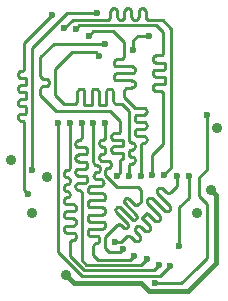
<source format=gbr>
G04 #@! TF.GenerationSoftware,KiCad,Pcbnew,5.1.4+dfsg1-1*
G04 #@! TF.CreationDate,2020-09-03T16:08:26+02:00*
G04 #@! TF.ProjectId,FPC_INVERTER,4650435f-494e-4564-9552-5445522e6b69,rev?*
G04 #@! TF.SameCoordinates,PX5095e20PY1312d00*
G04 #@! TF.FileFunction,Copper,L4,Bot*
G04 #@! TF.FilePolarity,Positive*
%FSLAX46Y46*%
G04 Gerber Fmt 4.6, Leading zero omitted, Abs format (unit mm)*
G04 Created by KiCad (PCBNEW 5.1.4+dfsg1-1) date 2020-09-03 16:08:26*
%MOMM*%
%LPD*%
G04 APERTURE LIST*
%ADD10C,0.600000*%
%ADD11C,0.889000*%
%ADD12C,0.254000*%
%ADD13C,0.400000*%
G04 APERTURE END LIST*
D10*
X4270000Y-1200000D03*
X2190000Y-16310000D03*
X11120000Y-4130000D03*
X12490000Y-2970000D03*
X17330000Y-9700000D03*
X12958032Y-23902000D03*
X15810000Y-14820000D03*
X15030000Y-20720000D03*
X9623000Y-20387963D03*
X14840000Y-14800000D03*
X8055964Y-998000D03*
X2540000Y-14280000D03*
X9740000Y-14810000D03*
X8750000Y-3620000D03*
X8750000Y-10370000D03*
X10280000Y-21000000D03*
X10750000Y-14800000D03*
X8250000Y-4650000D03*
X7760000Y-10340000D03*
X11200000Y-21570000D03*
X11750000Y-14790000D03*
X7340000Y-2940000D03*
X6750000Y-10340000D03*
X12250000Y-21860000D03*
X12750000Y-14750000D03*
X6270000Y-2380000D03*
X5750000Y-10325000D03*
X13275000Y-22400000D03*
X4750000Y-10300000D03*
X14250000Y-22425000D03*
D11*
X17690000Y-16030000D03*
X5470000Y-23250000D03*
X2570000Y-17940000D03*
X3860000Y-14870000D03*
X16490000Y-17950000D03*
X18250000Y-10750000D03*
X750000Y-13500000D03*
D10*
X13750000Y-14700000D03*
X5300000Y-2325000D03*
D12*
X1912999Y-10409899D02*
X1912999Y-16032999D01*
X1906181Y-10349395D02*
X1912999Y-10409899D01*
X1886072Y-10291926D02*
X1906181Y-10349395D01*
X1853678Y-10240372D02*
X1886072Y-10291926D01*
X1759071Y-10164925D02*
X1810625Y-10197319D01*
X1396124Y-9984071D02*
X1428518Y-10035625D01*
X1376015Y-9926602D02*
X1396124Y-9984071D01*
X1369198Y-9809899D02*
X1369198Y-9866099D01*
X1396124Y-9691926D02*
X1376015Y-9749395D01*
X1428518Y-9640372D02*
X1396124Y-9691926D01*
X1471571Y-9597319D02*
X1428518Y-9640372D01*
X1912999Y-16032999D02*
X2190000Y-16310000D01*
X1523125Y-9564925D02*
X1471571Y-9597319D01*
X1523125Y-10111072D02*
X1580594Y-10131181D01*
X1580594Y-9544816D02*
X1523125Y-9564925D01*
X1641098Y-9537999D02*
X1580594Y-9544816D01*
X2000900Y-9536196D02*
X1984900Y-9537999D01*
X2029729Y-9522312D02*
X2016097Y-9530878D01*
X2041114Y-9510927D02*
X2029729Y-9522312D01*
X1984900Y-9537999D02*
X1641098Y-9537999D01*
X2049680Y-9497295D02*
X2041114Y-9510927D01*
X2054998Y-9482098D02*
X2049680Y-9497295D01*
X2056800Y-9466099D02*
X2054998Y-9482098D01*
X2054998Y-8993899D02*
X2056800Y-9009899D01*
X1810625Y-10197319D02*
X1853678Y-10240372D01*
X1580594Y-7144816D02*
X1523125Y-7164925D01*
X2041114Y-8965070D02*
X2049680Y-8978702D01*
X2056800Y-7066099D02*
X2054998Y-7082098D01*
X2056800Y-6609899D02*
X2056800Y-7066099D01*
X2041114Y-6565070D02*
X2049680Y-6578702D01*
X2016097Y-9530878D02*
X2000900Y-9536196D01*
X1984900Y-7137999D02*
X1641098Y-7137999D01*
X2029729Y-6553685D02*
X2041114Y-6565070D01*
X1369198Y-7466099D02*
X1376015Y-7526602D01*
X2056800Y-7809899D02*
X2056800Y-8266099D01*
X1369198Y-6206799D02*
X1369198Y-6262999D01*
X1701602Y-5928081D02*
X1580594Y-5941716D01*
X1369198Y-8666099D02*
X1376015Y-8726602D01*
X1369198Y-9866099D02*
X1376015Y-9926602D01*
X2000900Y-7136196D02*
X1984900Y-7137999D01*
X1580594Y-6528081D02*
X1641099Y-6534899D01*
X1396124Y-7291926D02*
X1376015Y-7349395D01*
X1428518Y-8835625D02*
X1471571Y-8878678D01*
X1376015Y-9749395D02*
X1369198Y-9809899D01*
X2041114Y-7765070D02*
X2049680Y-7778702D01*
X1580594Y-7731181D02*
X1641098Y-7737999D01*
X1853678Y-5832525D02*
X1810625Y-5875578D01*
X1523125Y-5961825D02*
X1471571Y-5994219D01*
X1580594Y-8344816D02*
X1523125Y-8364925D01*
X2029729Y-7122312D02*
X2016097Y-7130878D01*
X1641099Y-6534899D02*
X1912999Y-6534899D01*
X1641098Y-7137999D02*
X1580594Y-7144816D01*
X2054998Y-7082098D02*
X2049680Y-7097295D01*
X1912999Y-3537001D02*
X1912999Y-5662999D01*
X2016097Y-7130878D02*
X2000900Y-7136196D01*
X1580594Y-5941716D02*
X1523125Y-5961825D01*
X1523125Y-8364925D02*
X1471571Y-8397319D01*
X1428518Y-6432525D02*
X1471571Y-6475578D01*
X2054998Y-7793899D02*
X2056800Y-7809899D01*
X1580594Y-8931181D02*
X1641098Y-8937999D01*
X4270000Y-1200000D02*
X4250000Y-1200000D01*
X1984900Y-7737999D02*
X2000900Y-7739801D01*
X1759071Y-5907972D02*
X1701602Y-5928081D01*
X1471571Y-7197319D02*
X1428518Y-7240372D01*
X2016097Y-6545119D02*
X2029729Y-6553685D01*
X2049680Y-8297295D02*
X2041114Y-8310927D01*
X2029729Y-8322312D02*
X2016097Y-8330878D01*
X2054998Y-6593899D02*
X2056800Y-6609899D01*
X1523125Y-7164925D02*
X1471571Y-7197319D01*
X2049680Y-7097295D02*
X2041114Y-7110927D01*
X1523125Y-8911072D02*
X1580594Y-8931181D01*
X1912999Y-6537999D02*
X1984900Y-6537999D01*
X2049680Y-6578702D02*
X2054998Y-6593899D01*
X1641098Y-7737999D02*
X1984900Y-7737999D01*
X1428518Y-8440372D02*
X1396124Y-8491926D01*
X1471571Y-8397319D02*
X1428518Y-8440372D01*
X1912999Y-5662999D02*
X1906181Y-5723502D01*
X2054998Y-8282098D02*
X2049680Y-8297295D01*
X1580594Y-10131181D02*
X1701602Y-10144816D01*
X1376015Y-6323502D02*
X1396124Y-6380971D01*
X1369198Y-6262999D02*
X1376015Y-6323502D01*
X2041114Y-7110927D02*
X2029729Y-7122312D01*
X1428518Y-7240372D02*
X1396124Y-7291926D01*
X1471571Y-8878678D02*
X1523125Y-8911072D01*
X1701602Y-10144816D02*
X1759071Y-10164925D01*
X1396124Y-6380971D02*
X1428518Y-6432525D01*
X1471571Y-6475578D02*
X1523125Y-6507972D01*
X1523125Y-6507972D02*
X1580594Y-6528081D01*
X1376015Y-6146295D02*
X1369198Y-6206799D01*
X1376015Y-7349395D02*
X1369198Y-7409899D01*
X1984900Y-8337999D02*
X1641098Y-8337999D01*
X1376015Y-7526602D02*
X1396124Y-7584071D01*
X1396124Y-7584071D02*
X1428518Y-7635625D01*
X1471571Y-7678678D02*
X1523125Y-7711072D01*
X1376015Y-8726602D02*
X1396124Y-8784071D01*
X2049680Y-7778702D02*
X2054998Y-7793899D01*
X1396124Y-6088826D02*
X1376015Y-6146295D01*
X1428518Y-7635625D02*
X1471571Y-7678678D01*
X1523125Y-7711072D02*
X1580594Y-7731181D01*
X1912999Y-6534899D02*
X1912999Y-6537999D01*
X1641098Y-8337999D02*
X1580594Y-8344816D01*
X1984900Y-6537999D02*
X2000900Y-6539801D01*
X1886072Y-5780971D02*
X1853678Y-5832525D01*
X1471571Y-5994219D02*
X1428518Y-6037272D01*
X1984900Y-8937999D02*
X2000900Y-8939801D01*
X1906181Y-5723502D02*
X1886072Y-5780971D01*
X1428518Y-6037272D02*
X1396124Y-6088826D01*
X2000900Y-7739801D02*
X2016097Y-7745119D01*
X1428518Y-10035625D02*
X1471571Y-10078678D01*
X2016097Y-7745119D02*
X2029729Y-7753685D01*
X2029729Y-7753685D02*
X2041114Y-7765070D01*
X2029729Y-8953685D02*
X2041114Y-8965070D01*
X2049680Y-8978702D02*
X2054998Y-8993899D01*
X2056800Y-8266099D02*
X2054998Y-8282098D01*
X1810625Y-5875578D02*
X1759071Y-5907972D01*
X2041114Y-8310927D02*
X2029729Y-8322312D01*
X2016097Y-8330878D02*
X2000900Y-8336196D01*
X2000900Y-8336196D02*
X1984900Y-8337999D01*
X2000900Y-6539801D02*
X2016097Y-6545119D01*
X1396124Y-8491926D02*
X1376015Y-8549395D01*
X1376015Y-8549395D02*
X1369198Y-8609899D01*
X2056800Y-9009899D02*
X2056800Y-9466099D01*
X1369198Y-8609899D02*
X1369198Y-8666099D01*
X1396124Y-8784071D02*
X1428518Y-8835625D01*
X4250000Y-1200000D02*
X1912999Y-3537001D01*
X1641098Y-8937999D02*
X1984900Y-8937999D01*
X1471571Y-10078678D02*
X1523125Y-10111072D01*
X1369198Y-7409899D02*
X1369198Y-7466099D01*
X2000900Y-8939801D02*
X2016097Y-8945119D01*
X2016097Y-8945119D02*
X2029729Y-8953685D01*
X11120000Y-4130000D02*
X11120000Y-3340000D01*
X11120000Y-3340000D02*
X11490000Y-2970000D01*
X11490000Y-2970000D02*
X12490000Y-2970000D01*
X17340000Y-17180000D02*
X17340000Y-21730000D01*
X16680000Y-16520000D02*
X17340000Y-17180000D01*
X17330000Y-9700000D02*
X17330000Y-10124264D01*
X17330000Y-10124264D02*
X17340000Y-10134264D01*
X17340000Y-10134264D02*
X17340000Y-14280000D01*
X17340000Y-14280000D02*
X16680000Y-14940000D01*
X16680000Y-14940000D02*
X16680000Y-16520000D01*
X15168000Y-23902000D02*
X16485000Y-22585000D01*
X12958032Y-23902000D02*
X15168000Y-23902000D01*
X17340000Y-21730000D02*
X16485000Y-22585000D01*
X15810000Y-16692067D02*
X15810000Y-14820000D01*
X15030000Y-17472067D02*
X15810000Y-16692067D01*
X15030000Y-20720000D02*
X15030000Y-17472067D01*
X14318375Y-16181628D02*
X14840000Y-15660000D01*
X14265854Y-16223512D02*
X14318375Y-16181628D01*
X14205328Y-16252660D02*
X14265854Y-16223512D01*
X14139833Y-16267610D02*
X14205328Y-16252660D01*
X14072655Y-16267609D02*
X14139833Y-16267610D01*
X13365547Y-15812803D02*
X13432725Y-15812804D01*
X13300052Y-15827753D02*
X13365547Y-15812803D01*
X13239527Y-15856899D02*
X13300052Y-15827753D01*
X14007160Y-16252661D02*
X14072655Y-16267609D01*
X13187004Y-15898784D02*
X13239527Y-15856899D01*
X13946634Y-16223513D02*
X14007160Y-16252661D01*
X13145118Y-15951307D02*
X13187004Y-15898784D01*
X13611268Y-15898785D02*
X13894111Y-16181628D01*
X13101022Y-16077326D02*
X13115970Y-16011833D01*
X13558745Y-15856900D02*
X13611268Y-15898785D01*
X13101021Y-16144506D02*
X13101022Y-16077326D01*
X13498220Y-15827752D02*
X13558745Y-15856900D01*
X13115971Y-16209999D02*
X13101021Y-16144506D01*
X13432725Y-15812804D02*
X13498220Y-15827752D01*
X13145119Y-16270525D02*
X13115971Y-16209999D01*
X13187004Y-16323048D02*
X13145119Y-16270525D01*
X14176952Y-17312995D02*
X13187004Y-16323048D01*
X14840000Y-15660000D02*
X14840000Y-15492185D01*
X14247984Y-17426044D02*
X14218837Y-17365518D01*
X14262933Y-17491538D02*
X14247984Y-17426044D01*
X14262933Y-17558717D02*
X14262933Y-17491538D01*
X14247984Y-17624211D02*
X14262933Y-17558717D01*
X13931231Y-17823242D02*
X13998410Y-17823242D01*
X12710218Y-16705427D02*
X12762741Y-16747312D01*
X12649693Y-16676279D02*
X12710218Y-16705427D01*
X12584198Y-16661331D02*
X12649693Y-16676279D01*
X12517020Y-16661330D02*
X12584198Y-16661331D01*
X12451525Y-16676280D02*
X12517020Y-16661330D01*
X11659743Y-19080439D02*
X11720269Y-19109586D01*
X13894111Y-16181628D02*
X13946634Y-16223513D01*
X13115970Y-16011833D02*
X13145118Y-15951307D01*
X11452828Y-20368824D02*
X11518322Y-20353875D01*
X12055634Y-19434314D02*
X12108157Y-19476199D01*
X11772792Y-19151472D02*
X12055634Y-19434314D01*
X11306642Y-19523211D02*
X11277494Y-19462685D01*
X11207106Y-20282842D02*
X11259629Y-20324727D01*
X11306642Y-19203992D02*
X11348528Y-19151471D01*
X12550930Y-19123098D02*
X12521783Y-19062572D01*
X11673255Y-20230319D02*
X11702402Y-20169793D01*
X14176952Y-17737260D02*
X14218837Y-17684737D01*
X10745721Y-19914018D02*
X10811215Y-19928967D01*
X10811215Y-19928967D02*
X10871741Y-19958114D01*
X9623000Y-20387963D02*
X9637964Y-20372999D01*
X11401050Y-19109586D02*
X11461576Y-19080439D01*
X11885552Y-18384853D02*
X11885553Y-18362459D01*
X11259629Y-20324727D02*
X11320155Y-20353875D01*
X11890535Y-18406684D02*
X11885552Y-18384853D01*
X11673255Y-19911100D02*
X11631370Y-19858577D01*
X12168683Y-19505347D02*
X12234177Y-19520296D01*
X9637964Y-20372999D02*
X10127001Y-20372999D01*
X11518322Y-20353875D02*
X11578848Y-20324727D01*
X10552522Y-19958114D02*
X10613048Y-19928967D01*
X13414406Y-18340065D02*
X13399457Y-18274571D01*
X12366850Y-19505347D02*
X12427376Y-19476199D01*
X11631370Y-20282842D02*
X11673255Y-20230319D01*
X11720269Y-19109586D02*
X11772792Y-19151472D01*
X12301356Y-19520296D02*
X12366850Y-19505347D01*
X14840000Y-15492185D02*
X14840000Y-14800000D01*
X14218837Y-17365518D02*
X14176952Y-17312995D01*
X10127001Y-20372999D02*
X10500000Y-20000000D01*
X11885553Y-18362459D02*
X11890535Y-18340628D01*
X11320155Y-20353875D02*
X11385649Y-20368824D01*
X12234177Y-19520296D02*
X12301356Y-19520296D01*
X11631370Y-19858577D02*
X11348527Y-19575734D01*
X11262545Y-19330012D02*
X11277494Y-19264518D01*
X12565879Y-19255771D02*
X12565879Y-19188592D01*
X12108157Y-19476199D02*
X12168683Y-19505347D01*
X12521783Y-19062572D02*
X12479898Y-19010049D01*
X11348528Y-19151471D02*
X11348528Y-19151472D01*
X10924264Y-20000000D02*
X11207106Y-20282842D01*
X11277494Y-19462685D02*
X11262545Y-19397191D01*
X13017210Y-18656820D02*
X13082704Y-18671769D01*
X10871741Y-19958114D02*
X10924264Y-20000000D01*
X14063904Y-17808293D02*
X14124430Y-17779145D01*
X12267443Y-16860360D02*
X12296591Y-16799834D01*
X14218837Y-17684737D02*
X14247984Y-17624211D01*
X11385649Y-20368824D02*
X11452828Y-20368824D01*
X13998410Y-17823242D02*
X14063904Y-17808293D01*
X12252495Y-16925853D02*
X12267443Y-16860360D01*
X10500000Y-20000000D02*
X10552522Y-19958114D01*
X12956684Y-18627672D02*
X13017210Y-18656820D01*
X11277494Y-19264518D02*
X11306642Y-19203992D01*
X12565879Y-19188592D02*
X12550930Y-19123098D01*
X13328425Y-18585787D02*
X13370310Y-18533264D01*
X11461576Y-19080439D02*
X11527070Y-19065490D01*
X11717351Y-20037120D02*
X11702402Y-19971626D01*
X14124430Y-17779145D02*
X14176952Y-17737260D01*
X12296591Y-16799834D02*
X12338477Y-16747311D01*
X12427376Y-19476199D02*
X12479898Y-19434314D01*
X12479898Y-19434314D02*
X12521783Y-19381791D01*
X12521783Y-19381791D02*
X12550930Y-19321265D01*
X11262545Y-19397191D02*
X11262545Y-19330012D01*
X12550930Y-19321265D02*
X12565879Y-19255771D01*
X11348528Y-19151472D02*
X11401050Y-19109586D01*
X12479898Y-19010049D02*
X11914214Y-18444366D01*
X11527070Y-19065490D02*
X11594249Y-19065490D01*
X11702402Y-19971626D02*
X11673255Y-19911100D01*
X13370310Y-18533264D02*
X13399457Y-18472738D01*
X10613048Y-19928967D02*
X10678542Y-19914018D01*
X11914214Y-18444366D02*
X11900252Y-18426858D01*
X12252494Y-16993033D02*
X12252495Y-16925853D01*
X11900252Y-18426858D02*
X11890535Y-18406684D01*
X11890535Y-18340628D02*
X11900252Y-18320452D01*
X11900252Y-18320452D02*
X11914214Y-18302944D01*
X11914214Y-18302944D02*
X12197056Y-18020103D01*
X12197056Y-18020103D02*
X12214564Y-18006141D01*
X12214564Y-18006141D02*
X12234740Y-17996424D01*
X12234740Y-17996424D02*
X12256571Y-17991441D01*
X12256571Y-17991441D02*
X12278963Y-17991442D01*
X12278963Y-17991442D02*
X12300796Y-17996424D01*
X12338477Y-16747311D02*
X12391000Y-16705426D01*
X12300796Y-17996424D02*
X12320970Y-18006141D01*
X11348527Y-19575734D02*
X11306642Y-19523211D01*
X12391000Y-16705426D02*
X12451525Y-16676280D01*
X12320970Y-18006141D02*
X12338478Y-18020103D01*
X12338478Y-18020103D02*
X12904161Y-18585787D01*
X12904161Y-18585787D02*
X12956684Y-18627672D01*
X13082704Y-18671769D02*
X13149883Y-18671769D01*
X11702402Y-20169793D02*
X11717351Y-20104299D01*
X13149883Y-18671769D02*
X13215377Y-18656820D01*
X13215377Y-18656820D02*
X13275903Y-18627672D01*
X10678542Y-19914018D02*
X10745721Y-19914018D01*
X13275903Y-18627672D02*
X13328425Y-18585787D01*
X11594249Y-19065490D02*
X11659743Y-19080439D01*
X13399457Y-18472738D02*
X13414406Y-18407244D01*
X13414406Y-18407244D02*
X13414406Y-18340065D01*
X11717351Y-20104299D02*
X11717351Y-20037120D01*
X13399457Y-18274571D02*
X13370310Y-18214045D01*
X13370310Y-18214045D02*
X13328425Y-18161522D01*
X12762741Y-16747312D02*
X13752688Y-17737260D01*
X13328425Y-18161522D02*
X12338477Y-17171575D01*
X13752688Y-17737260D02*
X13805211Y-17779145D01*
X11578848Y-20324727D02*
X11631370Y-20282842D01*
X12338477Y-17171575D02*
X12296592Y-17119052D01*
X13805211Y-17779145D02*
X13865737Y-17808293D01*
X12296592Y-17119052D02*
X12267444Y-17058526D01*
X13865737Y-17808293D02*
X13931231Y-17823242D01*
X12267444Y-17058526D02*
X12252494Y-16993033D01*
X5490000Y-1000000D02*
X7629700Y-1000000D01*
X7631700Y-998000D02*
X8055964Y-998000D01*
X7629700Y-1000000D02*
X7631700Y-998000D01*
X2540000Y-14280000D02*
X2540000Y-3950000D01*
X2540000Y-3950000D02*
X5490000Y-1000000D01*
X6870000Y-3620000D02*
X8750000Y-3620000D01*
X4380000Y-3620000D02*
X6870000Y-3620000D01*
X3250000Y-4750000D02*
X4380000Y-3620000D01*
X3250000Y-6300000D02*
X3250000Y-4750000D01*
X3279709Y-6430165D02*
X3257521Y-6366756D01*
X3315450Y-6487046D02*
X3279709Y-6430165D01*
X3362953Y-6534549D02*
X3315450Y-6487046D01*
X3419834Y-6570290D02*
X3362953Y-6534549D01*
X3483243Y-6592478D02*
X3419834Y-6570290D01*
X3766756Y-6607521D02*
X3700000Y-6600000D01*
X3887046Y-6665450D02*
X3830165Y-6629709D01*
X3934549Y-6712953D02*
X3887046Y-6665450D01*
X3970290Y-6769834D02*
X3934549Y-6712953D01*
X4000000Y-6900000D02*
X3992478Y-6833243D01*
X10289999Y-12189999D02*
X10289999Y-11889999D01*
X9343540Y-11705002D02*
X9299996Y-11661458D01*
X10277620Y-12244234D02*
X10286864Y-12217814D01*
X10262727Y-11812062D02*
X10242935Y-11792270D01*
X9239999Y-11489999D02*
X9246894Y-11428805D01*
X10262727Y-12267935D02*
X10277620Y-12244234D01*
X10277620Y-11835763D02*
X10262727Y-11812062D01*
X9514999Y-11764999D02*
X9453806Y-11758104D01*
X9246894Y-11551192D02*
X9239999Y-11489999D01*
X9267233Y-12709317D02*
X9246894Y-12651192D01*
X10219234Y-12302620D02*
X10242935Y-12287727D01*
X9299996Y-12418539D02*
X9343540Y-12374995D01*
X10192814Y-12311864D02*
X10219234Y-12302620D01*
X9267233Y-12470680D02*
X9299996Y-12418539D01*
X3700000Y-6600000D02*
X3550000Y-6600000D01*
X10164999Y-12314999D02*
X10192814Y-12311864D01*
X9246894Y-12528805D02*
X9267233Y-12470680D01*
X9395681Y-12837765D02*
X9343540Y-12805002D01*
X9514999Y-12314999D02*
X10164999Y-12314999D01*
X9239999Y-12589999D02*
X9246894Y-12528805D01*
X9246894Y-12651192D02*
X9239999Y-12589999D01*
X10242935Y-12287727D02*
X10262727Y-12267935D01*
X9453806Y-12858104D02*
X9395681Y-12837765D01*
X10039999Y-14510001D02*
X10039999Y-13539999D01*
X10219234Y-12877377D02*
X10192814Y-12868133D01*
X9514999Y-12864999D02*
X9453806Y-12858104D01*
X10277620Y-12935763D02*
X10262727Y-12912062D01*
X10164999Y-12864999D02*
X9514999Y-12864999D01*
X3970290Y-7030165D02*
X3992478Y-6966756D01*
X10192814Y-13411864D02*
X10219234Y-13402620D01*
X10087062Y-13442270D02*
X10110763Y-13427377D01*
X10286864Y-12217814D02*
X10289999Y-12189999D01*
X10110763Y-13427377D02*
X10137183Y-13418133D01*
X9395681Y-11737765D02*
X9343540Y-11705002D01*
X9246894Y-11428805D02*
X9267233Y-11370680D01*
X3700000Y-7200000D02*
X3766756Y-7192478D01*
X10289999Y-12989999D02*
X10286864Y-12962183D01*
X9395681Y-12342232D02*
X9453806Y-12321893D01*
X10067270Y-13462062D02*
X10087062Y-13442270D01*
X10052377Y-13485763D02*
X10067270Y-13462062D01*
X9299996Y-11318539D02*
X9343540Y-11274995D01*
X10277620Y-13344234D02*
X10286864Y-13317814D01*
X9826193Y-11208104D02*
X9884318Y-11187765D01*
X3887046Y-7134549D02*
X3934549Y-7087046D01*
X10039999Y-10939999D02*
X10039999Y-10159999D01*
X3257521Y-7433243D02*
X3279709Y-7369834D01*
X9740000Y-14810000D02*
X10039999Y-14510001D01*
X9299996Y-12761458D02*
X9267233Y-12709317D01*
X9343540Y-12374995D02*
X9395681Y-12342232D01*
X10262727Y-13367935D02*
X10277620Y-13344234D01*
X10043133Y-13512183D02*
X10052377Y-13485763D01*
X10242935Y-13387727D02*
X10262727Y-13367935D01*
X10289999Y-13289999D02*
X10289999Y-12989999D01*
X10286864Y-12962183D02*
X10277620Y-12935763D01*
X9453806Y-12321893D02*
X9514999Y-12314999D01*
X10286864Y-13317814D02*
X10289999Y-13289999D01*
X10039999Y-10159999D02*
X9190000Y-9310000D01*
X3279709Y-7369834D02*
X3315450Y-7312953D01*
X10262727Y-12912062D02*
X10242935Y-12892270D01*
X9343540Y-12805002D02*
X9299996Y-12761458D01*
X3257521Y-6366756D02*
X3250000Y-6300000D01*
X10242935Y-12892270D02*
X10219234Y-12877377D01*
X3992478Y-6966756D02*
X4000000Y-6900000D01*
X10192814Y-12868133D02*
X10164999Y-12864999D01*
X10289999Y-11889999D02*
X10286864Y-11862183D01*
X10192814Y-11768133D02*
X10164999Y-11764999D01*
X9299996Y-11661458D02*
X9267233Y-11609317D01*
X10286864Y-11862183D02*
X10277620Y-11835763D01*
X10164999Y-11764999D02*
X9514999Y-11764999D01*
X10242935Y-11792270D02*
X10219234Y-11777377D01*
X10219234Y-11777377D02*
X10192814Y-11768133D01*
X9267233Y-11370680D02*
X9299996Y-11318539D01*
X3830165Y-6629709D02*
X3766756Y-6607521D01*
X9764999Y-11214999D02*
X9826193Y-11208104D01*
X3992478Y-6833243D02*
X3970290Y-6769834D01*
X10033105Y-11001192D02*
X10039999Y-10939999D01*
X3250000Y-7500000D02*
X3257521Y-7433243D01*
X9343540Y-11274995D02*
X9395681Y-11242232D01*
X9884318Y-11187765D02*
X9936459Y-11155002D01*
X9395681Y-11242232D02*
X9453806Y-11221893D01*
X9453806Y-11221893D02*
X9514999Y-11214999D01*
X9514999Y-11214999D02*
X9764999Y-11214999D01*
X10039999Y-13539999D02*
X10043133Y-13512183D01*
X10012766Y-11059317D02*
X10033105Y-11001192D01*
X3250000Y-8000000D02*
X3250000Y-7500000D01*
X3419834Y-7229709D02*
X3483243Y-7207521D01*
X9936459Y-11155002D02*
X9980003Y-11111458D01*
X9190000Y-9310000D02*
X4560000Y-9310000D01*
X3315450Y-7312953D02*
X3362953Y-7265450D01*
X3550000Y-6600000D02*
X3483243Y-6592478D01*
X10137183Y-13418133D02*
X10192814Y-13411864D01*
X9980003Y-11111458D02*
X10012766Y-11059317D01*
X10219234Y-13402620D02*
X10242935Y-13387727D01*
X4560000Y-9310000D02*
X3250000Y-8000000D01*
X3362953Y-7265450D02*
X3419834Y-7229709D01*
X3483243Y-7207521D02*
X3550000Y-7200000D01*
X9453806Y-11758104D02*
X9395681Y-11737765D01*
X3550000Y-7200000D02*
X3700000Y-7200000D01*
X3766756Y-7192478D02*
X3830165Y-7170290D01*
X3934549Y-7087046D02*
X3970290Y-7030165D01*
X9267233Y-11609317D02*
X9246894Y-11551192D01*
X3830165Y-7170290D02*
X3887046Y-7134549D01*
X10030000Y-21250000D02*
X10280000Y-21000000D01*
X9110000Y-21250000D02*
X10030000Y-21250000D01*
X8750000Y-20000000D02*
X8750000Y-20890000D01*
X9794468Y-18964537D02*
X9750000Y-19000000D01*
X8750000Y-20890000D02*
X9110000Y-21250000D01*
X9845714Y-18939858D02*
X9794468Y-18964537D01*
X10013496Y-18939858D02*
X9958044Y-18927202D01*
X10324798Y-19206582D02*
X10280329Y-19171119D01*
X10376044Y-19231261D02*
X10324798Y-19206582D01*
X10543825Y-19231261D02*
X10488373Y-19243917D01*
X10699681Y-18907622D02*
X10712337Y-18963074D01*
X9617806Y-17654928D02*
X9617806Y-17711806D01*
X9655141Y-17548231D02*
X9630462Y-17599477D01*
X9617806Y-17711806D02*
X9630462Y-17767259D01*
X9735072Y-17468301D02*
X9690604Y-17503762D01*
X9786319Y-17443621D02*
X9735072Y-17468301D01*
X9841771Y-17430965D02*
X9786319Y-17443621D01*
X9954101Y-17443621D02*
X9898649Y-17430965D01*
X10005346Y-17468300D02*
X9954101Y-17443621D01*
X10049814Y-17503763D02*
X10005346Y-17468300D01*
X10280329Y-19171119D02*
X10109210Y-19000000D01*
X11094464Y-18512841D02*
X11043218Y-18488162D01*
X9655141Y-17818503D02*
X9690604Y-17862972D01*
X11149916Y-18525497D02*
X11094464Y-18512841D01*
X11206794Y-18525497D02*
X11149916Y-18525497D01*
X10675002Y-19126650D02*
X10639540Y-19171119D01*
X11262245Y-18512841D02*
X11206794Y-18525497D01*
X11357960Y-18452699D02*
X11313491Y-18488162D01*
X11393422Y-18408230D02*
X11357960Y-18452699D01*
X10064741Y-18964537D02*
X10013496Y-18939858D01*
X11418101Y-18356984D02*
X11393422Y-18408230D01*
X9750000Y-19000000D02*
X8750000Y-20000000D01*
X11430757Y-18301532D02*
X11418101Y-18356984D01*
X10699681Y-19075404D02*
X10675002Y-19126650D01*
X11393422Y-18137957D02*
X11418101Y-18189202D01*
X9630462Y-17767259D02*
X9655141Y-17818503D01*
X11357960Y-18093488D02*
X11393422Y-18137957D01*
X9901166Y-18927202D02*
X9845714Y-18939858D01*
X9958044Y-18927202D02*
X9901166Y-18927202D01*
X10373561Y-17100083D02*
X10409024Y-17144552D01*
X10348882Y-17048839D02*
X10373561Y-17100083D01*
X10336226Y-16936508D02*
X10336226Y-16993386D01*
X8774758Y-14291529D02*
X8756269Y-14344369D01*
X10348882Y-16881057D02*
X10336226Y-16936508D01*
X8274757Y-13408470D02*
X8304542Y-13455872D01*
X8250000Y-13300000D02*
X8256268Y-13355630D01*
X8256268Y-13144369D02*
X8250000Y-13200000D01*
X8274757Y-13091529D02*
X8256268Y-13144369D01*
X8344127Y-13004542D02*
X8304542Y-13044127D01*
X8391529Y-11774757D02*
X8344127Y-11804542D01*
X8344127Y-13495457D02*
X8391529Y-13525242D01*
X9750000Y-15750000D02*
X11500000Y-15750000D01*
X8250000Y-13200000D02*
X8250000Y-13300000D01*
X8391529Y-12974757D02*
X8344127Y-13004542D01*
X8555630Y-12943731D02*
X8444369Y-12956268D01*
X8304542Y-12255872D02*
X8344127Y-12295457D01*
X8750000Y-12700000D02*
X8743731Y-12755630D01*
X9055631Y-13556268D02*
X9108471Y-13574757D01*
X8695457Y-12855872D02*
X8655872Y-12895457D01*
X10595071Y-19206582D02*
X10543825Y-19231261D01*
X8608470Y-11725242D02*
X8555630Y-11743731D01*
X8725242Y-12808470D02*
X8695457Y-12855872D01*
X11282557Y-17264091D02*
X11231311Y-17239414D01*
X8725242Y-12491529D02*
X8743731Y-12544369D01*
X8608470Y-12374757D02*
X8655872Y-12404542D01*
X8444369Y-11756268D02*
X8391529Y-11774757D01*
X8256268Y-13355630D02*
X8274757Y-13408470D01*
X10712337Y-19019952D02*
X10699681Y-19075404D01*
X9250000Y-13800000D02*
X9250000Y-13900000D01*
X8391529Y-13525242D02*
X8444369Y-13543731D01*
X8304542Y-11844127D02*
X8274757Y-11891529D01*
X8750000Y-12600000D02*
X8750000Y-12700000D01*
X10453492Y-16749881D02*
X10409024Y-16785342D01*
X11418101Y-18189202D02*
X11430757Y-18244654D01*
X8256268Y-11944369D02*
X8250000Y-12000000D01*
X8743731Y-11555630D02*
X8725242Y-11608470D01*
X8750000Y-11500000D02*
X8743731Y-11555630D01*
X10768234Y-16785343D02*
X10723766Y-16749880D01*
X8304542Y-13455872D02*
X8344127Y-13495457D01*
X8695457Y-12444127D02*
X8725242Y-12491529D01*
X10998749Y-18452699D02*
X10049814Y-17503763D01*
X8444369Y-13543731D02*
X8500000Y-13550000D01*
X8274757Y-12208470D02*
X8304542Y-12255872D01*
X8344127Y-11804542D02*
X8304542Y-11844127D01*
X10639540Y-19171119D02*
X10595071Y-19206582D01*
X8250000Y-12000000D02*
X8250000Y-12100000D01*
X8555630Y-11743731D02*
X8444369Y-11756268D01*
X8655872Y-12895457D02*
X8608470Y-12925242D01*
X9690604Y-17503762D02*
X9655141Y-17548231D01*
X9195458Y-14055872D02*
X9155873Y-14095457D01*
X9000000Y-13550000D02*
X9055631Y-13556268D01*
X8256268Y-12155630D02*
X8274757Y-12208470D01*
X10560191Y-16712545D02*
X10504739Y-16725201D01*
X8743731Y-12755630D02*
X8725242Y-12808470D01*
X8344127Y-12295457D02*
X8391529Y-12325242D01*
X11043218Y-18488162D02*
X10998749Y-18452699D01*
X9155873Y-13604542D02*
X9195458Y-13644127D01*
X10431495Y-19243917D02*
X10376044Y-19231261D01*
X11750000Y-17000000D02*
X11546052Y-17203951D01*
X8304542Y-13044127D02*
X8274757Y-13091529D01*
X8655872Y-11695457D02*
X8608470Y-11725242D01*
X11313491Y-18488162D02*
X11262245Y-18512841D01*
X8944370Y-14156268D02*
X8891530Y-14174757D01*
X8250000Y-12100000D02*
X8256268Y-12155630D01*
X8750000Y-10370000D02*
X8750000Y-11500000D01*
X11450339Y-17264091D02*
X11394887Y-17276747D01*
X10336226Y-16993386D02*
X10348882Y-17048839D01*
X8391529Y-12325242D02*
X8444369Y-12343731D01*
X11338009Y-17276747D02*
X11282557Y-17264091D01*
X8444369Y-12343731D02*
X8555630Y-12356268D01*
X8555630Y-12356268D02*
X8608470Y-12374757D01*
X9243732Y-13744369D02*
X9250000Y-13800000D01*
X10409024Y-16785342D02*
X10373561Y-16829811D01*
X10109210Y-19000000D02*
X10064741Y-18964537D01*
X10712337Y-18963074D02*
X10712337Y-19019952D01*
X8500000Y-13550000D02*
X9000000Y-13550000D01*
X8695457Y-11655872D02*
X8655872Y-11695457D01*
X8655872Y-12404542D02*
X8695457Y-12444127D01*
X9108471Y-13574757D02*
X9155873Y-13604542D01*
X9898649Y-17430965D02*
X9841771Y-17430965D01*
X9225243Y-13691529D02*
X9243732Y-13744369D01*
X9243732Y-13955630D02*
X9225243Y-14008470D01*
X8444369Y-12956268D02*
X8391529Y-12974757D01*
X9225243Y-14008470D02*
X9195458Y-14055872D01*
X8274757Y-11891529D02*
X8256268Y-11944369D01*
X9155873Y-14095457D02*
X9108471Y-14125242D01*
X10409024Y-17144552D02*
X11357960Y-18093488D01*
X11231311Y-17239414D02*
X11186842Y-17203951D01*
X8750000Y-14400000D02*
X8750000Y-14747962D01*
X9108471Y-14125242D02*
X9055631Y-14143731D01*
X10639540Y-18811908D02*
X10675002Y-18856377D01*
X9055631Y-14143731D02*
X8944370Y-14156268D01*
X8743731Y-12544369D02*
X8750000Y-12600000D01*
X9195458Y-13644127D02*
X9225243Y-13691529D01*
X8891530Y-14174757D02*
X8844128Y-14204542D01*
X8844128Y-14204542D02*
X8804543Y-14244127D01*
X8725242Y-11608470D02*
X8695457Y-11655872D01*
X8756269Y-14344369D02*
X8750000Y-14400000D01*
X8750000Y-14747962D02*
X9750000Y-15747962D01*
X9750000Y-15747962D02*
X9750000Y-15750000D01*
X11500000Y-15750000D02*
X11750000Y-16000000D01*
X10675002Y-18856377D02*
X10699681Y-18907622D01*
X11750000Y-16000000D02*
X11750000Y-17000000D01*
X11501583Y-17239414D02*
X11450339Y-17264091D01*
X9250000Y-13900000D02*
X9243732Y-13955630D01*
X11546052Y-17203951D02*
X11501583Y-17239414D01*
X10488373Y-19243917D02*
X10431495Y-19243917D01*
X11430757Y-18244654D02*
X11430757Y-18301532D01*
X10723766Y-16749880D02*
X10672521Y-16725201D01*
X10672521Y-16725201D02*
X10617069Y-16712545D01*
X11394887Y-17276747D02*
X11338009Y-17276747D01*
X11186842Y-17203951D02*
X10768234Y-16785343D01*
X8608470Y-12925242D02*
X8555630Y-12943731D01*
X8804543Y-14244127D02*
X8774758Y-14291529D01*
X10617069Y-16712545D02*
X10560191Y-16712545D01*
X10504739Y-16725201D02*
X10453492Y-16749881D01*
X9690604Y-17862972D02*
X10639540Y-18811908D01*
X9630462Y-17599477D02*
X9617806Y-17654928D01*
X10373561Y-16829811D02*
X10348882Y-16881057D01*
X6213900Y-8699894D02*
X6149646Y-8722378D01*
X6271540Y-8663676D02*
X6213900Y-8699894D01*
X6319676Y-8615540D02*
X6271540Y-8663676D01*
X6378378Y-8493646D02*
X6355894Y-8557900D01*
X6386000Y-8426000D02*
X6378378Y-8493646D01*
X6386000Y-7734000D02*
X6386000Y-8426000D01*
X6393621Y-7666353D02*
X6386000Y-7734000D01*
X6452323Y-7544459D02*
X6416105Y-7602099D01*
X7950001Y-4350001D02*
X8250000Y-4650000D01*
X6500459Y-7496323D02*
X6452323Y-7544459D01*
X6690000Y-7430000D02*
X6622353Y-7437621D01*
X6821900Y-7460105D02*
X6757646Y-7437621D01*
X6879540Y-7496323D02*
X6821900Y-7460105D01*
X6927676Y-7544459D02*
X6879540Y-7496323D01*
X6994000Y-8780000D02*
X6994000Y-7734000D01*
X6995253Y-8791127D02*
X6994000Y-8780000D01*
X7022305Y-8825049D02*
X7012825Y-8819092D01*
X6986378Y-7666353D02*
X6963894Y-7602099D01*
X7552000Y-8830000D02*
X7044000Y-8830000D01*
X6994000Y-7734000D02*
X6986378Y-7666353D01*
X7563126Y-8828747D02*
X7552000Y-8830000D01*
X7573694Y-8825049D02*
X7563126Y-8828747D01*
X7583174Y-8819092D02*
X7573694Y-8825049D01*
X7600746Y-8791127D02*
X7597048Y-8801695D01*
X7609621Y-7666353D02*
X7602000Y-7734000D01*
X7668323Y-7544459D02*
X7632105Y-7602099D01*
X7716459Y-7496323D02*
X7668323Y-7544459D01*
X7774099Y-7460105D02*
X7716459Y-7496323D01*
X7838353Y-7437621D02*
X7774099Y-7460105D01*
X7032873Y-8828747D02*
X7022305Y-8825049D01*
X8179894Y-7602099D02*
X8143676Y-7544459D01*
X7044000Y-8830000D02*
X7032873Y-8828747D01*
X8202378Y-7666353D02*
X8179894Y-7602099D01*
X8210000Y-7734000D02*
X8202378Y-7666353D01*
X8210000Y-8780000D02*
X8210000Y-7734000D01*
X7012825Y-8819092D02*
X7004908Y-8811175D01*
X11225242Y-12448470D02*
X11243731Y-12395630D01*
X10844127Y-11935457D02*
X10804542Y-11895872D01*
X7973646Y-7437621D02*
X7906000Y-7430000D01*
X8768000Y-8830000D02*
X8260000Y-8830000D01*
X7602000Y-7734000D02*
X7602000Y-8780000D01*
X11225242Y-12131529D02*
X11195457Y-12084127D01*
X10891529Y-11965242D02*
X10844127Y-11935457D01*
X6622353Y-7437621D02*
X6558099Y-7460105D01*
X11243731Y-12184369D02*
X11225242Y-12131529D01*
X10891529Y-13814757D02*
X10944369Y-13796268D01*
X11250000Y-12240000D02*
X11243731Y-12184369D01*
X11250000Y-12340000D02*
X11250000Y-12240000D01*
X11108470Y-12014757D02*
X11055630Y-11996268D01*
X8143676Y-7544459D02*
X8095540Y-7496323D01*
X8799174Y-8819092D02*
X8789694Y-8825049D01*
X11250000Y-13440000D02*
X11243731Y-13384369D01*
X11250000Y-13540000D02*
X11250000Y-13440000D01*
X11108470Y-12565242D02*
X11155872Y-12535457D01*
X11243731Y-13595630D02*
X11250000Y-13540000D01*
X6355894Y-8557900D02*
X6319676Y-8615540D01*
X10944369Y-12596268D02*
X11055630Y-12583731D01*
X8238305Y-8825049D02*
X8228825Y-8819092D01*
X10891529Y-12614757D02*
X10944369Y-12596268D01*
X11243731Y-13384369D02*
X11225242Y-13331529D01*
X10774757Y-12731529D02*
X10804542Y-12684127D01*
X6963894Y-7602099D02*
X6927676Y-7544459D01*
X11055630Y-12583731D02*
X11108470Y-12565242D01*
X6757646Y-7437621D02*
X6690000Y-7430000D01*
X10756268Y-12784369D02*
X10774757Y-12731529D01*
X4500000Y-5750000D02*
X5899999Y-4350001D01*
X10750000Y-12840000D02*
X10756268Y-12784369D01*
X10891529Y-13165242D02*
X10844127Y-13135457D01*
X6558099Y-7460105D02*
X6500459Y-7496323D01*
X10177920Y-8730000D02*
X9730000Y-8730000D01*
X11225242Y-13331529D02*
X11195457Y-13284127D01*
X10750000Y-14040000D02*
X10756268Y-13984369D01*
X7591091Y-8811175D02*
X7583174Y-8819092D01*
X10944369Y-13183731D02*
X10891529Y-13165242D01*
X5230000Y-8730000D02*
X4500000Y-8000000D01*
X6998951Y-8801695D02*
X6995253Y-8791127D01*
X10756268Y-12995630D02*
X10750000Y-12940000D01*
X6416105Y-7602099D02*
X6393621Y-7666353D01*
X11055630Y-13196268D02*
X10944369Y-13183731D01*
X10774757Y-13048470D02*
X10756268Y-12995630D01*
X11155872Y-12044542D02*
X11108470Y-12014757D01*
X9054353Y-7437621D02*
X8990099Y-7460105D01*
X10844127Y-13135457D02*
X10804542Y-13095872D01*
X7602000Y-8780000D02*
X7600746Y-8791127D01*
X11195457Y-13284127D02*
X11155872Y-13244542D01*
X9395894Y-7602099D02*
X9359676Y-7544459D01*
X11195457Y-13695872D02*
X11225242Y-13648470D01*
X8214951Y-8801695D02*
X8211253Y-8791127D01*
X7906000Y-7430000D02*
X7838353Y-7437621D01*
X8260000Y-8830000D02*
X8248873Y-8828747D01*
X10756268Y-13984369D02*
X10774757Y-13931529D01*
X8990099Y-7460105D02*
X8932459Y-7496323D01*
X10804542Y-13095872D02*
X10774757Y-13048470D01*
X8816746Y-8791127D02*
X8813048Y-8801695D01*
X11155872Y-13244542D02*
X11108470Y-13214757D01*
X6149646Y-8722378D02*
X6082000Y-8730000D01*
X10804542Y-11895872D02*
X10774757Y-11848470D01*
X10750000Y-14800000D02*
X10750000Y-14040000D01*
X9359676Y-7544459D02*
X9311540Y-7496323D01*
X11155872Y-13735457D02*
X11195457Y-13695872D01*
X8095540Y-7496323D02*
X8037900Y-7460105D01*
X10944369Y-13796268D02*
X11055630Y-13783731D01*
X8789694Y-8825049D02*
X8779126Y-8828747D01*
X8037900Y-7460105D02*
X7973646Y-7437621D01*
X10844127Y-12644542D02*
X10891529Y-12614757D01*
X8779126Y-8828747D02*
X8768000Y-8830000D01*
X10804542Y-13884127D02*
X10844127Y-13844542D01*
X11225242Y-13648470D02*
X11243731Y-13595630D01*
X11108470Y-13214757D02*
X11055630Y-13196268D01*
X8848105Y-7602099D02*
X8825621Y-7666353D01*
X9433621Y-8493646D02*
X9426000Y-8426000D01*
X11055630Y-13783731D02*
X11108470Y-13765242D01*
X7632105Y-7602099D02*
X7609621Y-7666353D01*
X10804542Y-12684127D02*
X10844127Y-12644542D01*
X7597048Y-8801695D02*
X7591091Y-8811175D01*
X11055630Y-11996268D02*
X10944369Y-11983731D01*
X10750000Y-11740000D02*
X10750000Y-9302080D01*
X7004908Y-8811175D02*
X6998951Y-8801695D01*
X10774757Y-11848470D02*
X10756268Y-11795630D01*
X11155872Y-12535457D02*
X11195457Y-12495872D01*
X9730000Y-8730000D02*
X9662353Y-8722378D01*
X11195457Y-12495872D02*
X11225242Y-12448470D01*
X9662353Y-8722378D02*
X9598099Y-8699894D01*
X9540459Y-8663676D02*
X9492323Y-8615540D01*
X9492323Y-8615540D02*
X9456105Y-8557900D01*
X11108470Y-13765242D02*
X11155872Y-13735457D01*
X8884323Y-7544459D02*
X8848105Y-7602099D01*
X9456105Y-8557900D02*
X9433621Y-8493646D01*
X9426000Y-8426000D02*
X9426000Y-7734000D01*
X9426000Y-7734000D02*
X9418378Y-7666353D01*
X9418378Y-7666353D02*
X9395894Y-7602099D01*
X5899999Y-4350001D02*
X7950001Y-4350001D01*
X8220908Y-8811175D02*
X8214951Y-8801695D01*
X9311540Y-7496323D02*
X9253900Y-7460105D01*
X11243731Y-12395630D02*
X11250000Y-12340000D01*
X9253900Y-7460105D02*
X9189646Y-7437621D01*
X10756268Y-11795630D02*
X10750000Y-11740000D01*
X9189646Y-7437621D02*
X9122000Y-7430000D01*
X4500000Y-8000000D02*
X4500000Y-5750000D01*
X10750000Y-12940000D02*
X10750000Y-12840000D01*
X9122000Y-7430000D02*
X9054353Y-7437621D01*
X10844127Y-13844542D02*
X10891529Y-13814757D01*
X8932459Y-7496323D02*
X8884323Y-7544459D01*
X8825621Y-7666353D02*
X8818000Y-7734000D01*
X10774757Y-13931529D02*
X10804542Y-13884127D01*
X8818000Y-7734000D02*
X8818000Y-8780000D01*
X11195457Y-12084127D02*
X11155872Y-12044542D01*
X8818000Y-8780000D02*
X8816746Y-8791127D01*
X8813048Y-8801695D02*
X8807091Y-8811175D01*
X10944369Y-11983731D02*
X10891529Y-11965242D01*
X8807091Y-8811175D02*
X8799174Y-8819092D01*
X6082000Y-8730000D02*
X5230000Y-8730000D01*
X8248873Y-8828747D02*
X8238305Y-8825049D01*
X10750000Y-9302080D02*
X10177920Y-8730000D01*
X8228825Y-8819092D02*
X8220908Y-8811175D01*
X9598099Y-8699894D02*
X9540459Y-8663676D01*
X8211253Y-8791127D02*
X8210000Y-8780000D01*
X7760000Y-12856689D02*
X7760000Y-10340000D01*
X7760000Y-13640000D02*
X7760000Y-12856689D01*
X7766894Y-13701193D02*
X7760000Y-13640000D01*
X7787233Y-13759318D02*
X7766894Y-13701193D01*
X8310000Y-14240000D02*
X8310000Y-14190000D01*
X8154318Y-14487766D02*
X8206459Y-14455003D01*
X8096193Y-14508105D02*
X8154318Y-14487766D01*
X7973806Y-14521894D02*
X8096193Y-14508105D01*
X7863540Y-14574996D02*
X7915681Y-14542233D01*
X7819996Y-14618540D02*
X7863540Y-14574996D01*
X7787233Y-14670681D02*
X7819996Y-14618540D01*
X7767521Y-14856756D02*
X7760000Y-14790000D01*
X7789709Y-14920165D02*
X7767521Y-14856756D01*
X7825450Y-14977046D02*
X7789709Y-14920165D01*
X8250003Y-14018540D02*
X8206459Y-13974996D01*
X7929834Y-15060290D02*
X7872953Y-15024549D01*
X8282766Y-14070681D02*
X8250003Y-14018540D01*
X7993243Y-15082478D02*
X7929834Y-15060290D01*
X8310000Y-14190000D02*
X8303105Y-14128806D01*
X8310000Y-15090000D02*
X8060000Y-15090000D01*
X8376756Y-15097521D02*
X8310000Y-15090000D01*
X8440165Y-15119709D02*
X8376756Y-15097521D01*
X8497046Y-15155450D02*
X8440165Y-15119709D01*
X8544549Y-15202953D02*
X8497046Y-15155450D01*
X8206459Y-14455003D02*
X8250003Y-14411459D01*
X8580290Y-15259834D02*
X8544549Y-15202953D01*
X8602478Y-15323243D02*
X8580290Y-15259834D01*
X8610000Y-15390000D02*
X8602478Y-15323243D01*
X8602478Y-15456756D02*
X8610000Y-15390000D01*
X7915681Y-14542233D02*
X7973806Y-14521894D01*
X8580290Y-15520165D02*
X8602478Y-15456756D01*
X8544549Y-15577046D02*
X8580290Y-15520165D01*
X8376756Y-15682478D02*
X8440165Y-15660290D01*
X7394715Y-15739087D02*
X7437377Y-15712282D01*
X7359088Y-15774714D02*
X7394715Y-15739087D01*
X7332283Y-15817376D02*
X7359088Y-15774714D01*
X8497046Y-15624549D02*
X8544549Y-15577046D01*
X7315642Y-15864932D02*
X7332283Y-15817376D01*
X8440165Y-15660290D02*
X8497046Y-15624549D01*
X7310000Y-15915000D02*
X7315642Y-15864932D01*
X7766894Y-14728806D02*
X7787233Y-14670681D01*
X7310000Y-16065000D02*
X7310000Y-15915000D01*
X7484933Y-15695641D02*
X7535000Y-15690000D01*
X7359088Y-16205285D02*
X7332283Y-16162623D01*
X7437377Y-15712282D02*
X7484933Y-15695641D01*
X7394715Y-16240912D02*
X7359088Y-16205285D01*
X7872953Y-15024549D02*
X7825450Y-14977046D01*
X7437377Y-16267717D02*
X7394715Y-16240912D01*
X7484933Y-16284358D02*
X7437377Y-16267717D01*
X7535000Y-16290000D02*
X7484933Y-16284358D01*
X8460000Y-16290000D02*
X7535000Y-16290000D01*
X8590165Y-16319709D02*
X8526756Y-16297521D01*
X8647046Y-16355450D02*
X8590165Y-16319709D01*
X8730290Y-16459834D02*
X8694549Y-16402953D01*
X8752478Y-16523243D02*
X8730290Y-16459834D01*
X8760000Y-16590000D02*
X8752478Y-16523243D01*
X8752478Y-16656756D02*
X8760000Y-16590000D01*
X8730290Y-16720165D02*
X8752478Y-16656756D01*
X8694549Y-16777046D02*
X8730290Y-16720165D01*
X8647046Y-16824549D02*
X8694549Y-16777046D01*
X8590165Y-16860290D02*
X8647046Y-16824549D01*
X8526756Y-16882478D02*
X8590165Y-16860290D01*
X8460000Y-16890000D02*
X8526756Y-16882478D01*
X7510000Y-16890000D02*
X8460000Y-16890000D01*
X7454370Y-16896268D02*
X7510000Y-16890000D01*
X7401530Y-16914757D02*
X7454370Y-16896268D01*
X8526756Y-19282478D02*
X8590165Y-19260290D01*
X8460000Y-19290000D02*
X8526756Y-19282478D01*
X8647046Y-18024549D02*
X8694549Y-17977046D01*
X7510000Y-19290000D02*
X8460000Y-19290000D01*
X8590165Y-18060290D02*
X8647046Y-18024549D01*
X7314543Y-19384127D02*
X7354128Y-19344542D01*
X7814542Y-20584127D02*
X7854127Y-20544542D01*
X7284758Y-18548470D02*
X7266269Y-18495630D01*
X8760000Y-17790000D02*
X8752478Y-17723243D01*
X7284758Y-19431529D02*
X7314543Y-19384127D01*
X7314543Y-18595872D02*
X7284758Y-18548470D01*
X7260000Y-17240000D02*
X7260000Y-17140000D01*
X7266269Y-19484369D02*
X7284758Y-19431529D01*
X7354128Y-16944542D02*
X7401530Y-16914757D01*
X8162970Y-21912970D02*
X7760000Y-21510000D01*
X7454370Y-17483731D02*
X7401530Y-17465242D01*
X7819996Y-13811459D02*
X7787233Y-13759318D01*
X7260000Y-19640000D02*
X7260000Y-19540000D01*
X7915681Y-13887766D02*
X7863540Y-13855003D01*
X7266269Y-17084369D02*
X7284758Y-17031529D01*
X7284758Y-19748470D02*
X7266269Y-19695630D01*
X8154318Y-13942233D02*
X8096193Y-13921894D01*
X7401530Y-19865242D02*
X7354128Y-19835457D01*
X8206459Y-13974996D02*
X8154318Y-13942233D01*
X7454370Y-19883731D02*
X7401530Y-19865242D01*
X8526756Y-18697521D02*
X8460000Y-18690000D01*
X8694549Y-19177046D02*
X8730290Y-19120165D01*
X8010000Y-19890000D02*
X7510000Y-19890000D01*
X8065630Y-19896268D02*
X8010000Y-19890000D01*
X7760000Y-21510000D02*
X7760000Y-20740000D01*
X7401530Y-18665242D02*
X7354128Y-18635457D01*
X7863540Y-13855003D02*
X7819996Y-13811459D01*
X7266269Y-19695630D02*
X7260000Y-19640000D01*
X7454370Y-18096268D02*
X7510000Y-18090000D01*
X8526756Y-16297521D02*
X8460000Y-16290000D01*
X8118470Y-19914757D02*
X8065630Y-19896268D01*
X7454370Y-18683731D02*
X7401530Y-18665242D01*
X7760000Y-14790000D02*
X7766894Y-14728806D01*
X7766268Y-20684369D02*
X7784757Y-20631529D01*
X7954369Y-20496268D02*
X8065630Y-20483731D01*
X7901529Y-20514757D02*
X7954369Y-20496268D01*
X8647046Y-18755450D02*
X8590165Y-18719709D01*
X8460000Y-17490000D02*
X7510000Y-17490000D01*
X8590165Y-19260290D02*
X8647046Y-19224549D01*
X8096193Y-13921894D02*
X7973806Y-13908105D01*
X7354128Y-19835457D02*
X7314543Y-19795872D01*
X7510000Y-19890000D02*
X7454370Y-19883731D01*
X8065630Y-20483731D02*
X8118470Y-20465242D01*
X8752478Y-18923243D02*
X8730290Y-18859834D01*
X8694549Y-16402953D02*
X8647046Y-16355450D01*
X8205457Y-20395872D02*
X8235242Y-20348470D01*
X7354128Y-17435457D02*
X7314543Y-17395872D01*
X7535000Y-15690000D02*
X8310000Y-15690000D01*
X7332283Y-16162623D02*
X7315642Y-16115067D01*
X7760000Y-20740000D02*
X7766268Y-20684369D01*
X7284758Y-17031529D02*
X7314543Y-16984127D01*
X8694549Y-17602953D02*
X8647046Y-17555450D01*
X8253731Y-20295630D02*
X8260000Y-20240000D01*
X8730290Y-19120165D02*
X8752478Y-19056756D01*
X8752478Y-17723243D02*
X8730290Y-17659834D01*
X7354128Y-19344542D02*
X7401530Y-19314757D01*
X7266269Y-18495630D02*
X7260000Y-18440000D01*
X8250003Y-14411459D02*
X8282766Y-14359318D01*
X8253731Y-20084369D02*
X8235242Y-20031529D01*
X8260000Y-20140000D02*
X8253731Y-20084369D01*
X7401530Y-19314757D02*
X7454370Y-19296268D01*
X8260000Y-20240000D02*
X8260000Y-20140000D01*
X7314543Y-17395872D02*
X7284758Y-17348470D01*
X8303105Y-14128806D02*
X8282766Y-14070681D01*
X8060000Y-15090000D02*
X7993243Y-15082478D01*
X10857030Y-21912970D02*
X8162970Y-21912970D01*
X11200000Y-21570000D02*
X10857030Y-21912970D01*
X8282766Y-14359318D02*
X8303105Y-14301193D01*
X8235242Y-20031529D02*
X8205457Y-19984127D01*
X7314543Y-18184127D02*
X7354128Y-18144542D01*
X8303105Y-14301193D02*
X8310000Y-14240000D01*
X8205457Y-19984127D02*
X8165872Y-19944542D01*
X7354128Y-18144542D02*
X7401530Y-18114757D01*
X7284758Y-17348470D02*
X7266269Y-17295630D01*
X8310000Y-15690000D02*
X8376756Y-15682478D01*
X7315642Y-16115067D02*
X7310000Y-16065000D01*
X7260000Y-19540000D02*
X7266269Y-19484369D01*
X8235242Y-20348470D02*
X8253731Y-20295630D01*
X8647046Y-19224549D02*
X8694549Y-19177046D01*
X7454370Y-19296268D02*
X7510000Y-19290000D01*
X8526756Y-18082478D02*
X8590165Y-18060290D01*
X7854127Y-20544542D02*
X7901529Y-20514757D01*
X7260000Y-18440000D02*
X7260000Y-18340000D01*
X8752478Y-19056756D02*
X8760000Y-18990000D01*
X8760000Y-18990000D02*
X8752478Y-18923243D01*
X8730290Y-18859834D02*
X8694549Y-18802953D01*
X8118470Y-20465242D02*
X8165872Y-20435457D01*
X8590165Y-17519709D02*
X8526756Y-17497521D01*
X8694549Y-18802953D02*
X8647046Y-18755450D01*
X8526756Y-17497521D02*
X8460000Y-17490000D01*
X8590165Y-18719709D02*
X8526756Y-18697521D01*
X8460000Y-18690000D02*
X7510000Y-18690000D01*
X7510000Y-18690000D02*
X7454370Y-18683731D01*
X7354128Y-18635457D02*
X7314543Y-18595872D01*
X7266269Y-17295630D02*
X7260000Y-17240000D01*
X7260000Y-18340000D02*
X7266269Y-18284369D01*
X7266269Y-18284369D02*
X7284758Y-18231529D01*
X7284758Y-18231529D02*
X7314543Y-18184127D01*
X7401530Y-18114757D02*
X7454370Y-18096268D01*
X7973806Y-13908105D02*
X7915681Y-13887766D01*
X7784757Y-20631529D02*
X7814542Y-20584127D01*
X7314543Y-19795872D02*
X7284758Y-19748470D01*
X7260000Y-17140000D02*
X7266269Y-17084369D01*
X7510000Y-18090000D02*
X8460000Y-18090000D01*
X8460000Y-18090000D02*
X8526756Y-18082478D01*
X8694549Y-17977046D02*
X8730290Y-17920165D01*
X8165872Y-20435457D02*
X8205457Y-20395872D01*
X8165872Y-19944542D02*
X8118470Y-19914757D01*
X8730290Y-17920165D02*
X8752478Y-17856756D01*
X8752478Y-17856756D02*
X8760000Y-17790000D01*
X8730290Y-17659834D02*
X8694549Y-17602953D01*
X7314543Y-16984127D02*
X7354128Y-16944542D01*
X8647046Y-17555450D02*
X8590165Y-17519709D01*
X7510000Y-17490000D02*
X7454370Y-17483731D01*
X7401530Y-17465242D02*
X7354128Y-17435457D01*
X7746980Y-2533020D02*
X7340000Y-2940000D01*
X10360000Y-3440000D02*
X9453020Y-2533020D01*
X10360000Y-4640000D02*
X10360000Y-3440000D01*
X10330291Y-4770165D02*
X10352479Y-4706756D01*
X10294550Y-4827046D02*
X10330291Y-4770165D01*
X10190166Y-4910290D02*
X10247047Y-4874549D01*
X10126757Y-4932478D02*
X10190166Y-4910290D01*
X10060000Y-4940000D02*
X10126757Y-4932478D01*
X9756939Y-4940000D02*
X10060000Y-4940000D01*
X9522390Y-5052953D02*
X9569893Y-5005450D01*
X9456939Y-5240000D02*
X9464461Y-5173243D01*
X9464461Y-5306756D02*
X9456939Y-5240000D01*
X9486649Y-5370165D02*
X9464461Y-5306756D01*
X9569893Y-5474549D02*
X9522390Y-5427046D01*
X10963061Y-5540000D02*
X9756939Y-5540000D01*
X11029817Y-5547521D02*
X10963061Y-5540000D01*
X11150107Y-5605450D02*
X11093226Y-5569709D01*
X11263061Y-5840000D02*
X11255539Y-5773243D01*
X11150107Y-6074549D02*
X11197610Y-6027046D01*
X9486649Y-5109834D02*
X9522390Y-5052953D01*
X11093226Y-6110290D02*
X11150107Y-6074549D01*
X11029817Y-6132478D02*
X11093226Y-6110290D01*
X9690183Y-6147521D02*
X9756939Y-6140000D01*
X9626774Y-6169709D02*
X9690183Y-6147521D01*
X11233351Y-5970165D02*
X11255539Y-5906756D01*
X9522390Y-6252953D02*
X9569893Y-6205450D01*
X9626774Y-6710290D02*
X9569893Y-6674549D01*
X9756939Y-6740000D02*
X9690183Y-6732478D01*
X10963061Y-6740000D02*
X9756939Y-6740000D01*
X11093226Y-6769709D02*
X11029817Y-6747521D01*
X11150107Y-6805450D02*
X11093226Y-6769709D01*
X11233351Y-6909834D02*
X11197610Y-6852953D01*
X11255539Y-6973243D02*
X11233351Y-6909834D01*
X11263061Y-7040000D02*
X11255539Y-6973243D01*
X11255539Y-7106756D02*
X11263061Y-7040000D01*
X11150107Y-7274549D02*
X11197610Y-7227046D01*
X11093226Y-7310290D02*
X11150107Y-7274549D01*
X11029817Y-7332478D02*
X11093226Y-7310290D01*
X12250000Y-10590000D02*
X12250000Y-10490000D01*
X12225243Y-11581529D02*
X12195458Y-11534127D01*
X12195458Y-10745872D02*
X12225243Y-10698470D01*
X11029817Y-6747521D02*
X10963061Y-6740000D01*
X12225243Y-10381529D02*
X12195458Y-10334127D01*
X11500000Y-10240000D02*
X11444369Y-10233731D01*
X11256268Y-10045630D02*
X11250000Y-9990000D01*
X9569893Y-5005450D02*
X9626774Y-4969709D01*
X11250000Y-11190000D02*
X11250000Y-11090000D01*
X11444369Y-11433731D02*
X11391529Y-11415242D01*
X12108471Y-10815242D02*
X12155873Y-10785457D01*
X11500000Y-11440000D02*
X11444369Y-11433731D01*
X11256268Y-11245630D02*
X11250000Y-11190000D01*
X9456939Y-6440000D02*
X9464461Y-6373243D01*
X12055631Y-10833731D02*
X12108471Y-10815242D01*
X12000000Y-11440000D02*
X11500000Y-11440000D01*
X9464461Y-6506756D02*
X9456939Y-6440000D01*
X11344127Y-11385457D02*
X11304542Y-11345872D01*
X11500000Y-10840000D02*
X12000000Y-10840000D01*
X11250000Y-11090000D02*
X11256268Y-11034369D01*
X11444369Y-10846268D02*
X11500000Y-10840000D01*
X9626774Y-5510290D02*
X9569893Y-5474549D01*
X12000000Y-10840000D02*
X12055631Y-10833731D01*
X11304542Y-11345872D02*
X11274757Y-11298470D01*
X11274757Y-10981529D02*
X11304542Y-10934127D01*
X11197610Y-5652953D02*
X11150107Y-5605450D01*
X10963061Y-6140000D02*
X11029817Y-6132478D01*
X12155873Y-11494542D02*
X12108471Y-11464757D01*
X11391529Y-11415242D02*
X11344127Y-11385457D01*
X12243732Y-10645630D02*
X12250000Y-10590000D01*
X9569893Y-6674549D02*
X9522390Y-6627046D01*
X12225243Y-11898470D02*
X12243732Y-11845630D01*
X12155873Y-10294542D02*
X12108471Y-10264757D01*
X11391529Y-10215242D02*
X11344127Y-10185457D01*
X9453020Y-2533020D02*
X7746980Y-2533020D01*
X11233351Y-7170165D02*
X11255539Y-7106756D01*
X11804543Y-12134127D02*
X11844128Y-12094542D01*
X9464461Y-5173243D02*
X9486649Y-5109834D01*
X12250000Y-10490000D02*
X12243732Y-10434369D01*
X10425450Y-7452953D02*
X10472953Y-7405450D01*
X11197610Y-6852953D02*
X11150107Y-6805450D01*
X12055631Y-11446268D02*
X12000000Y-11440000D01*
X12250000Y-11690000D02*
X12243732Y-11634369D01*
X12155873Y-11985457D02*
X12195458Y-11945872D01*
X11274757Y-11298470D02*
X11256268Y-11245630D01*
X12108471Y-11464757D02*
X12055631Y-11446268D01*
X11750000Y-12290000D02*
X11756269Y-12234369D01*
X12225243Y-10698470D02*
X12243732Y-10645630D01*
X12195458Y-10334127D02*
X12155873Y-10294542D01*
X10352479Y-4706756D02*
X10360000Y-4640000D01*
X11444369Y-10233731D02*
X11391529Y-10215242D01*
X11233351Y-5709834D02*
X11197610Y-5652953D01*
X9756939Y-6140000D02*
X10963061Y-6140000D01*
X11250000Y-9990000D02*
X11250000Y-9890000D01*
X11774758Y-12181529D02*
X11804543Y-12134127D01*
X11891530Y-12064757D02*
X11944370Y-12046268D01*
X9626774Y-4969709D02*
X9690183Y-4947521D01*
X11274757Y-9781529D02*
X11304542Y-9734127D01*
X9486649Y-6570165D02*
X9464461Y-6506756D01*
X12000000Y-9640000D02*
X12055631Y-9633731D01*
X12243732Y-9445630D02*
X12250000Y-9390000D01*
X12155873Y-9094542D02*
X12108471Y-9064757D01*
X11344127Y-10894542D02*
X11391529Y-10864757D01*
X11750000Y-14790000D02*
X11750000Y-12290000D01*
X11844128Y-12094542D02*
X11891530Y-12064757D01*
X11197610Y-7227046D02*
X11233351Y-7170165D01*
X11344127Y-10185457D02*
X11304542Y-10145872D01*
X12195458Y-11945872D02*
X12225243Y-11898470D01*
X11256268Y-11034369D02*
X11274757Y-10981529D01*
X12250000Y-11790000D02*
X12250000Y-11690000D01*
X11255539Y-5906756D02*
X11263061Y-5840000D01*
X9569893Y-6205450D02*
X9626774Y-6169709D01*
X12243732Y-11634369D02*
X12225243Y-11581529D01*
X12243732Y-11845630D02*
X12250000Y-11790000D01*
X12195458Y-11534127D02*
X12155873Y-11494542D01*
X11344127Y-9694542D02*
X11391529Y-9664757D01*
X11391529Y-10864757D02*
X11444369Y-10846268D01*
X9522390Y-6627046D02*
X9486649Y-6570165D01*
X11756269Y-12234369D02*
X11774758Y-12181529D01*
X10247047Y-4874549D02*
X10294550Y-4827046D01*
X12108471Y-10264757D02*
X12055631Y-10246268D01*
X11944370Y-12046268D02*
X12055631Y-12033731D01*
X11255539Y-5773243D02*
X11233351Y-5709834D01*
X12055631Y-12033731D02*
X12108471Y-12015242D01*
X12243732Y-10434369D02*
X12225243Y-10381529D01*
X12000000Y-10240000D02*
X11500000Y-10240000D01*
X11274757Y-10098470D02*
X11256268Y-10045630D01*
X9690183Y-6732478D02*
X9626774Y-6710290D01*
X12055631Y-10246268D02*
X12000000Y-10240000D01*
X11304542Y-10145872D02*
X11274757Y-10098470D01*
X12155873Y-10785457D02*
X12195458Y-10745872D01*
X11250000Y-9890000D02*
X11256268Y-9834369D01*
X10963061Y-7340000D02*
X11029817Y-7332478D01*
X11444369Y-9646268D02*
X11500000Y-9640000D01*
X9464461Y-6373243D02*
X9486649Y-6309834D01*
X12195458Y-9545872D02*
X12225243Y-9498470D01*
X12225243Y-9181529D02*
X12195458Y-9134127D01*
X11256268Y-9834369D02*
X11274757Y-9781529D01*
X9756939Y-5540000D02*
X9690183Y-5532478D01*
X11500000Y-9640000D02*
X12000000Y-9640000D01*
X12225243Y-9498470D02*
X12243732Y-9445630D01*
X12195458Y-9134127D02*
X12155873Y-9094542D01*
X11093226Y-5569709D02*
X11029817Y-5547521D01*
X11304542Y-9734127D02*
X11344127Y-9694542D01*
X12055631Y-9633731D02*
X12108471Y-9615242D01*
X12250000Y-9390000D02*
X12250000Y-9290000D01*
X9690183Y-5532478D02*
X9626774Y-5510290D01*
X12108471Y-9064757D02*
X12055631Y-9046268D01*
X11391529Y-9664757D02*
X11444369Y-9646268D01*
X12243732Y-9234369D02*
X12225243Y-9181529D01*
X12108471Y-12015242D02*
X12155873Y-11985457D01*
X12108471Y-9615242D02*
X12155873Y-9585457D01*
X12155873Y-9585457D02*
X12195458Y-9545872D01*
X12055631Y-9046268D02*
X12000000Y-9040000D01*
X10389709Y-7509834D02*
X10425450Y-7452953D01*
X12000000Y-9040000D02*
X11270000Y-9040000D01*
X11270000Y-9040000D02*
X10360000Y-8130000D01*
X9522390Y-5427046D02*
X9486649Y-5370165D01*
X10360000Y-8130000D02*
X10360000Y-7640000D01*
X11197610Y-6027046D02*
X11233351Y-5970165D01*
X9486649Y-6309834D02*
X9522390Y-6252953D01*
X10360000Y-7640000D02*
X10367521Y-7573243D01*
X10367521Y-7573243D02*
X10389709Y-7509834D01*
X10472953Y-7405450D02*
X10529834Y-7369709D01*
X10529834Y-7369709D02*
X10593243Y-7347521D01*
X9690183Y-4947521D02*
X9756939Y-4940000D01*
X12250000Y-9290000D02*
X12243732Y-9234369D01*
X10593243Y-7347521D02*
X10660000Y-7340000D01*
X11304542Y-10934127D02*
X11344127Y-10894542D01*
X10660000Y-7340000D02*
X10963061Y-7340000D01*
X11743020Y-22366980D02*
X12250000Y-21860000D01*
X6760000Y-16273373D02*
X6760000Y-21960000D01*
X6753271Y-16213654D02*
X6760000Y-16273373D01*
X6733422Y-16156930D02*
X6753271Y-16213654D01*
X6608069Y-16031577D02*
X6658954Y-16063550D01*
X6551345Y-16011728D02*
X6608069Y-16031577D01*
X6431908Y-15998271D02*
X6551345Y-16011728D01*
X6324299Y-15946449D02*
X6375184Y-15978422D01*
X6281804Y-15903954D02*
X6324299Y-15946449D01*
X6249831Y-15853069D02*
X6281804Y-15903954D01*
X6223254Y-15736627D02*
X6229982Y-15796345D01*
X6223254Y-15673373D02*
X6223254Y-15736627D01*
X6229982Y-15613654D02*
X6223254Y-15673373D01*
X6249831Y-15556930D02*
X6229982Y-15613654D01*
X6281804Y-15506045D02*
X6249831Y-15556930D01*
X6324299Y-15463550D02*
X6281804Y-15506045D01*
X6375184Y-15431577D02*
X6324299Y-15463550D01*
X6431908Y-15411728D02*
X6375184Y-15431577D01*
X6491627Y-15405000D02*
X6431908Y-15411728D01*
X7003373Y-15405000D02*
X6491627Y-15405000D01*
X7057529Y-15398898D02*
X7003373Y-15405000D01*
X7108969Y-15380898D02*
X7057529Y-15398898D01*
X7193650Y-15313367D02*
X7155114Y-15351903D01*
X7222645Y-15267222D02*
X7193650Y-15313367D01*
X7240645Y-15215782D02*
X7222645Y-15267222D01*
X7246746Y-15161627D02*
X7240645Y-15215782D01*
X7240645Y-14994217D02*
X7246746Y-15048373D01*
X6375184Y-15978422D02*
X6431908Y-15998271D01*
X6324299Y-13063550D02*
X6281804Y-13106045D01*
X6281804Y-14703954D02*
X6324299Y-14746449D01*
X6281804Y-13106045D02*
X6249831Y-13156930D01*
X7108969Y-14829101D02*
X7155114Y-14858096D01*
X7108969Y-12980898D02*
X7057529Y-12998898D01*
X6431908Y-14798271D02*
X6491627Y-14805000D01*
X7155114Y-12951903D02*
X7108969Y-12980898D01*
X7193650Y-12913367D02*
X7155114Y-12951903D01*
X6375184Y-13031577D02*
X6324299Y-13063550D01*
X6324299Y-12339822D02*
X6375184Y-12371795D01*
X7222645Y-12867222D02*
X7193650Y-12913367D01*
X7057529Y-12998898D02*
X7003373Y-13005000D01*
X7246746Y-12761627D02*
X7240645Y-12815782D01*
X7246746Y-12648373D02*
X7246746Y-12761627D01*
X6229982Y-12007027D02*
X6223254Y-12066746D01*
X7166980Y-22366980D02*
X11743020Y-22366980D01*
X7108969Y-14180898D02*
X7057529Y-14198898D01*
X6701449Y-16106045D02*
X6733422Y-16156930D01*
X7193650Y-12496632D02*
X7222645Y-12542777D01*
X7003373Y-12405000D02*
X7057529Y-12411101D01*
X7155114Y-14151903D02*
X7108969Y-14180898D01*
X7222645Y-12542777D02*
X7240645Y-12594217D01*
X7155114Y-12458096D02*
X7193650Y-12496632D01*
X7003373Y-14205000D02*
X6491627Y-14205000D01*
X7240645Y-12594217D02*
X7246746Y-12648373D01*
X6760000Y-12405000D02*
X7003373Y-12405000D01*
X6760000Y-12398373D02*
X6760000Y-12405000D01*
X6491627Y-12398373D02*
X6760000Y-12398373D01*
X6249831Y-14356930D02*
X6229982Y-14413654D01*
X6375184Y-13578422D02*
X6431908Y-13598271D01*
X6431908Y-11805101D02*
X6375184Y-11824950D01*
X6551345Y-11791644D02*
X6431908Y-11805101D01*
X7108969Y-12429101D02*
X7155114Y-12458096D01*
X6249831Y-12246442D02*
X6281804Y-12297327D01*
X6249831Y-14653069D02*
X6281804Y-14703954D01*
X6750000Y-10764264D02*
X6760000Y-10774264D01*
X6324299Y-11856923D02*
X6281804Y-11899418D01*
X6229982Y-13396345D02*
X6249831Y-13453069D01*
X6658954Y-16063550D02*
X6701449Y-16106045D01*
X6760000Y-10774264D02*
X6760000Y-11530000D01*
X6281804Y-11899418D02*
X6249831Y-11950303D01*
X6733422Y-11646442D02*
X6701449Y-11697327D01*
X7246746Y-13961627D02*
X7240645Y-14015782D01*
X6658954Y-11739822D02*
X6608069Y-11771795D01*
X6249831Y-11950303D02*
X6229982Y-12007027D01*
X6375184Y-12371795D02*
X6431908Y-12391644D01*
X6281804Y-12297327D02*
X6324299Y-12339822D01*
X6760000Y-21960000D02*
X7166980Y-22366980D01*
X7222645Y-13742777D02*
X7240645Y-13794217D01*
X7193650Y-14113367D02*
X7155114Y-14151903D01*
X7222645Y-14942777D02*
X7240645Y-14994217D01*
X6760000Y-11530000D02*
X6753271Y-11589718D01*
X6750000Y-10340000D02*
X6750000Y-10764264D01*
X6491627Y-13605000D02*
X7003373Y-13605000D01*
X6223254Y-12066746D02*
X6223254Y-12130000D01*
X7057529Y-12411101D02*
X7108969Y-12429101D01*
X7057529Y-14811101D02*
X7108969Y-14829101D01*
X6229982Y-12189718D02*
X6249831Y-12246442D01*
X6223254Y-12130000D02*
X6229982Y-12189718D01*
X7003373Y-13005000D02*
X6491627Y-13005000D01*
X6375184Y-11824950D02*
X6324299Y-11856923D01*
X7240645Y-12815782D02*
X7222645Y-12867222D01*
X6249831Y-13156930D02*
X6229982Y-13213654D01*
X6229982Y-13213654D02*
X6223254Y-13273373D01*
X6229982Y-15796345D02*
X6249831Y-15853069D01*
X6223254Y-13273373D02*
X6223254Y-13336627D01*
X6223254Y-13336627D02*
X6229982Y-13396345D01*
X6229982Y-14596345D02*
X6249831Y-14653069D01*
X6491627Y-13005000D02*
X6431908Y-13011728D01*
X6249831Y-13453069D02*
X6281804Y-13503954D01*
X6281804Y-13503954D02*
X6324299Y-13546449D01*
X6324299Y-13546449D02*
X6375184Y-13578422D01*
X6431908Y-13598271D02*
X6491627Y-13605000D01*
X7003373Y-14805000D02*
X7057529Y-14811101D01*
X7003373Y-13605000D02*
X7057529Y-13611101D01*
X7057529Y-13611101D02*
X7108969Y-13629101D01*
X7108969Y-13629101D02*
X7155114Y-13658096D01*
X7155114Y-13658096D02*
X7193650Y-13696632D01*
X7193650Y-13696632D02*
X7222645Y-13742777D01*
X7240645Y-13794217D02*
X7246746Y-13848373D01*
X7246746Y-13848373D02*
X7246746Y-13961627D01*
X7240645Y-14015782D02*
X7222645Y-14067222D01*
X7155114Y-14858096D02*
X7193650Y-14896632D01*
X7222645Y-14067222D02*
X7193650Y-14113367D01*
X7193650Y-14896632D02*
X7222645Y-14942777D01*
X6431908Y-12391644D02*
X6491627Y-12398373D01*
X7057529Y-14198898D02*
X7003373Y-14205000D01*
X6491627Y-14205000D02*
X6431908Y-14211728D01*
X6431908Y-14211728D02*
X6375184Y-14231577D01*
X6375184Y-14231577D02*
X6324299Y-14263550D01*
X6324299Y-14263550D02*
X6281804Y-14306045D01*
X6281804Y-14306045D02*
X6249831Y-14356930D01*
X6431908Y-13011728D02*
X6375184Y-13031577D01*
X6229982Y-14413654D02*
X6223254Y-14473373D01*
X6753271Y-11589718D02*
X6733422Y-11646442D01*
X6608069Y-11771795D02*
X6551345Y-11791644D01*
X6223254Y-14473373D02*
X6223254Y-14536627D01*
X7246746Y-15048373D02*
X7246746Y-15161627D01*
X6223254Y-14536627D02*
X6229982Y-14596345D01*
X6701449Y-11697327D02*
X6658954Y-11739822D01*
X6324299Y-14746449D02*
X6375184Y-14778422D01*
X7155114Y-15351903D02*
X7108969Y-15380898D01*
X6375184Y-14778422D02*
X6431908Y-14798271D01*
X6491627Y-14805000D02*
X7003373Y-14805000D01*
X12750000Y-13030000D02*
X12750000Y-13510000D01*
X12939426Y-5849709D02*
X12882545Y-5885450D01*
X13769624Y-5807956D02*
X13759157Y-5814533D01*
X13735204Y-7020000D02*
X13069592Y-7020000D01*
X13778365Y-6440784D02*
X13784942Y-6451251D01*
X13789024Y-5777080D02*
X13784942Y-5788748D01*
X13769624Y-6432043D02*
X13778365Y-6440784D01*
X13002835Y-5827521D02*
X12939426Y-5849709D01*
X13790408Y-5275204D02*
X13790408Y-5764796D01*
X12882545Y-7085450D02*
X12835042Y-7132953D01*
X13789024Y-5262919D02*
X13790408Y-5275204D01*
X12939426Y-7049709D02*
X12882545Y-7085450D01*
X13784942Y-5251251D02*
X13789024Y-5262919D01*
X12835042Y-5107046D02*
X12882545Y-5154549D01*
X13680000Y-2670000D02*
X13680000Y-4320000D01*
X13002835Y-4627521D02*
X12939426Y-4649709D01*
X13510165Y-7649709D02*
X13567046Y-7685450D01*
X13769624Y-5232043D02*
X13778365Y-5240784D01*
X13759157Y-5225466D02*
X13769624Y-5232043D01*
X13784942Y-5788748D02*
X13778365Y-5799215D01*
X13735204Y-5220000D02*
X13747489Y-5221384D01*
X13790408Y-5764796D02*
X13789024Y-5777080D01*
X13002835Y-5212478D02*
X13069592Y-5220000D01*
X13069592Y-5820000D02*
X13002835Y-5827521D01*
X13747489Y-5221384D02*
X13759157Y-5225466D01*
X13002835Y-7027521D02*
X12939426Y-7049709D01*
X13446756Y-4612478D02*
X13380000Y-4620000D01*
X12835042Y-4732953D02*
X12799301Y-4789834D01*
X12882545Y-5885450D02*
X12835042Y-5932953D01*
X12939426Y-4649709D02*
X12882545Y-4685450D01*
X13650290Y-7789834D02*
X13672478Y-7853243D01*
X13778365Y-5799215D02*
X13769624Y-5807956D01*
X13784942Y-6451251D02*
X13789024Y-6462919D01*
X12799301Y-5050165D02*
X12835042Y-5107046D01*
X12799301Y-4789834D02*
X12777113Y-4853243D01*
X13747489Y-5818615D02*
X13735204Y-5820000D01*
X13069592Y-4620000D02*
X13002835Y-4627521D01*
X6270000Y-2380000D02*
X6570990Y-2079010D01*
X13380000Y-4620000D02*
X13069592Y-4620000D01*
X13778365Y-6999215D02*
X13769624Y-7007956D01*
X13789024Y-6462919D02*
X13790408Y-6475204D01*
X13759157Y-5814533D02*
X13747489Y-5818615D01*
X13672478Y-4386756D02*
X13650290Y-4450165D01*
X12882545Y-4685450D02*
X12835042Y-4732953D01*
X13069592Y-7020000D02*
X13002835Y-7027521D01*
X6570990Y-2079010D02*
X13089010Y-2079010D01*
X12939426Y-5190290D02*
X13002835Y-5212478D01*
X12882545Y-7554549D02*
X12939426Y-7590290D01*
X13614549Y-4507046D02*
X13567046Y-4554549D01*
X13650290Y-4450165D02*
X13614549Y-4507046D01*
X13069592Y-5220000D02*
X13735204Y-5220000D01*
X13510165Y-4590290D02*
X13446756Y-4612478D01*
X12799301Y-7450165D02*
X12835042Y-7507046D01*
X13680000Y-4320000D02*
X13672478Y-4386756D01*
X12777113Y-6053243D02*
X12769592Y-6120000D01*
X13735204Y-5820000D02*
X13069592Y-5820000D01*
X13089010Y-2079010D02*
X13680000Y-2670000D01*
X12835042Y-5932953D02*
X12799301Y-5989834D01*
X12769592Y-7320000D02*
X12777113Y-7386756D01*
X12799301Y-5989834D02*
X12777113Y-6053243D01*
X12777113Y-7386756D02*
X12799301Y-7450165D01*
X12769592Y-6120000D02*
X12777113Y-6186756D01*
X13567046Y-4554549D02*
X13510165Y-4590290D01*
X12777113Y-4986756D02*
X12799301Y-5050165D01*
X12777113Y-6186756D02*
X12799301Y-6250165D01*
X12799301Y-6250165D02*
X12835042Y-6307046D01*
X12882545Y-5154549D02*
X12939426Y-5190290D01*
X12835042Y-6307046D02*
X12882545Y-6354549D01*
X12777113Y-4853243D02*
X12769592Y-4920000D01*
X12882545Y-6354549D02*
X12939426Y-6390290D01*
X12939426Y-6390290D02*
X13002835Y-6412478D01*
X13002835Y-6412478D02*
X13069592Y-6420000D01*
X13069592Y-6420000D02*
X13735204Y-6420000D01*
X12769592Y-4920000D02*
X12777113Y-4986756D01*
X13735204Y-6420000D02*
X13747489Y-6421384D01*
X13747489Y-6421384D02*
X13759157Y-6425466D01*
X13759157Y-6425466D02*
X13769624Y-6432043D01*
X13790408Y-6475204D02*
X13790408Y-6964796D01*
X13790408Y-6964796D02*
X13789024Y-6977080D01*
X13789024Y-6977080D02*
X13784942Y-6988748D01*
X13784942Y-6988748D02*
X13778365Y-6999215D01*
X13769624Y-7007956D02*
X13759157Y-7014533D01*
X13759157Y-7014533D02*
X13747489Y-7018615D01*
X13747489Y-7018615D02*
X13735204Y-7020000D01*
X13614549Y-7732953D02*
X13650290Y-7789834D01*
X12835042Y-7132953D02*
X12799301Y-7189834D01*
X12799301Y-7189834D02*
X12777113Y-7253243D01*
X12750000Y-13510000D02*
X12750000Y-14750000D01*
X12777113Y-7253243D02*
X12769592Y-7320000D01*
X12835042Y-7507046D02*
X12882545Y-7554549D01*
X12939426Y-7590290D02*
X13002835Y-7612478D01*
X13002835Y-7612478D02*
X13069592Y-7620000D01*
X13680000Y-12100000D02*
X12750000Y-13030000D01*
X13069592Y-7620000D02*
X13380000Y-7620000D01*
X13680000Y-7920000D02*
X13680000Y-12100000D01*
X13380000Y-7620000D02*
X13446756Y-7627521D01*
X13446756Y-7627521D02*
X13510165Y-7649709D01*
X13567046Y-7685450D02*
X13614549Y-7732953D01*
X13778365Y-5240784D02*
X13784942Y-5251251D01*
X13672478Y-7853243D02*
X13680000Y-7920000D01*
X5750000Y-12819453D02*
X5750000Y-10325000D01*
X5750000Y-14090020D02*
X5750000Y-12819453D01*
X5743921Y-14143979D02*
X5750000Y-14090020D01*
X5725986Y-14195232D02*
X5743921Y-14143979D01*
X5697097Y-14241210D02*
X5725986Y-14195232D01*
X5658701Y-14279606D02*
X5697097Y-14241210D01*
X5612723Y-14308495D02*
X5658701Y-14279606D01*
X5561470Y-14326430D02*
X5612723Y-14308495D01*
X5453551Y-14338589D02*
X5561470Y-14326430D01*
X5402298Y-14356524D02*
X5453551Y-14338589D01*
X5356320Y-14385413D02*
X5402298Y-14356524D01*
X5317924Y-14423809D02*
X5356320Y-14385413D01*
X5289035Y-14469787D02*
X5317924Y-14423809D01*
X5271100Y-14521040D02*
X5289035Y-14469787D01*
X5265020Y-14575000D02*
X5271100Y-14521040D01*
X5265020Y-14690020D02*
X5265020Y-14575000D01*
X5271100Y-14743979D02*
X5265020Y-14690020D01*
X5289035Y-14795232D02*
X5271100Y-14743979D01*
X5317924Y-14841210D02*
X5289035Y-14795232D01*
X5356320Y-14879606D02*
X5317924Y-14841210D01*
X5402298Y-14908495D02*
X5356320Y-14879606D01*
X5453551Y-14926430D02*
X5402298Y-14908495D01*
X5561470Y-14938589D02*
X5453551Y-14926430D01*
X5612723Y-14956524D02*
X5561470Y-14938589D01*
X5658701Y-14985413D02*
X5612723Y-14956524D01*
X5697097Y-15023809D02*
X5658701Y-14985413D01*
X5725986Y-15069787D02*
X5697097Y-15023809D01*
X5743921Y-15121040D02*
X5725986Y-15069787D01*
X5750000Y-15175000D02*
X5743921Y-15121040D01*
X5750000Y-15290020D02*
X5750000Y-15175000D01*
X5265020Y-15775000D02*
X5271100Y-15721040D01*
X5658701Y-15479606D02*
X5697097Y-15441210D01*
X5265020Y-15890020D02*
X5265020Y-15775000D01*
X5612723Y-15508495D02*
X5658701Y-15479606D01*
X5271100Y-15943979D02*
X5265020Y-15890020D01*
X5561470Y-15526430D02*
X5612723Y-15508495D01*
X5289035Y-15995232D02*
X5271100Y-15943979D01*
X5453551Y-15538589D02*
X5561470Y-15526430D01*
X5317924Y-16041210D02*
X5289035Y-15995232D01*
X5402298Y-15556524D02*
X5453551Y-15538589D01*
X5356320Y-16079606D02*
X5317924Y-16041210D01*
X5356320Y-15585413D02*
X5402298Y-15556524D01*
X5402298Y-16108495D02*
X5356320Y-16079606D01*
X5317924Y-15623809D02*
X5356320Y-15585413D01*
X5453551Y-16126430D02*
X5402298Y-16108495D01*
X5289035Y-15669787D02*
X5317924Y-15623809D01*
X5561470Y-16138589D02*
X5453551Y-16126430D01*
X5271100Y-15721040D02*
X5289035Y-15669787D01*
X5612723Y-16156524D02*
X5561470Y-16138589D01*
X5658701Y-16185413D02*
X5612723Y-16156524D01*
X5697097Y-16223809D02*
X5658701Y-16185413D01*
X5725986Y-16269787D02*
X5697097Y-16223809D01*
X5750000Y-16375000D02*
X5743921Y-16321040D01*
X5750000Y-16382510D02*
X5750000Y-16375000D01*
X5743921Y-16436469D02*
X5750000Y-16382510D01*
X5725986Y-16487722D02*
X5743921Y-16436469D01*
X5697097Y-16533700D02*
X5725986Y-16487722D01*
X5402298Y-16649014D02*
X5453551Y-16631079D01*
X5356320Y-16677903D02*
X5402298Y-16649014D01*
X5317924Y-16716299D02*
X5356320Y-16677903D01*
X5289035Y-16762277D02*
X5317924Y-16716299D01*
X5271100Y-16813530D02*
X5289035Y-16762277D01*
X5265020Y-16982510D02*
X5265020Y-16867490D01*
X5289035Y-17087722D02*
X5271100Y-17036469D01*
X5271100Y-19213530D02*
X5289035Y-19162277D01*
X5402298Y-18400985D02*
X5356320Y-18372096D01*
X6017490Y-19025000D02*
X6077012Y-19018293D01*
X5265020Y-16867490D02*
X5271100Y-16813530D01*
X5901430Y-20258999D02*
X5957967Y-20239216D01*
X5507510Y-19025000D02*
X6017490Y-19025000D01*
X6226622Y-19733222D02*
X6184267Y-19690867D01*
X5265020Y-19267490D02*
X5271100Y-19213530D01*
X5750000Y-21592066D02*
X5750000Y-20500000D01*
X5453551Y-18418920D02*
X5402298Y-18400985D01*
X5356320Y-17172096D02*
X5317924Y-17133700D01*
X5271100Y-19436469D02*
X5265020Y-19382510D01*
X6184267Y-18483357D02*
X6133549Y-18451489D01*
X5402298Y-19049014D02*
X5453551Y-19031079D01*
X6133549Y-18998510D02*
X6184267Y-18966642D01*
X6077012Y-19639216D02*
X6017490Y-19632510D01*
X6284980Y-18757510D02*
X6284980Y-18692490D01*
X5453551Y-19618920D02*
X5402298Y-19600985D01*
X12854010Y-22820990D02*
X6978923Y-22820990D01*
X5725986Y-15395232D02*
X5743921Y-15343979D01*
X6258490Y-20081079D02*
X6278273Y-20024542D01*
X5697097Y-15441210D02*
X5725986Y-15395232D01*
X6226622Y-20131797D02*
X6258490Y-20081079D01*
X5743921Y-15343979D02*
X5750000Y-15290020D01*
X6278273Y-20024542D02*
X6284980Y-19965020D01*
X5808357Y-20333222D02*
X5850712Y-20290867D01*
X5776489Y-20383940D02*
X5808357Y-20333222D01*
X6017490Y-18425000D02*
X5507510Y-18425000D01*
X5612723Y-16600985D02*
X5658701Y-16572096D01*
X5453551Y-17218920D02*
X5402298Y-17200985D01*
X5271100Y-17036469D02*
X5265020Y-16982510D01*
X13275000Y-22400000D02*
X12854010Y-22820990D01*
X5453551Y-19031079D02*
X5507510Y-19025000D01*
X5750000Y-19625000D02*
X5507510Y-19625000D01*
X5750000Y-20500000D02*
X5756706Y-20440477D01*
X6978923Y-22820990D02*
X5750000Y-21592066D01*
X6278273Y-19840477D02*
X6258490Y-19783940D01*
X5743921Y-16321040D02*
X5725986Y-16269787D01*
X6284980Y-19965020D02*
X6284980Y-19900000D01*
X5356320Y-19077903D02*
X5402298Y-19049014D01*
X5507510Y-19625000D02*
X5453551Y-19618920D01*
X6278273Y-18817032D02*
X6284980Y-18757510D01*
X6284980Y-18692490D02*
X6278273Y-18632967D01*
X5402298Y-19600985D02*
X5356320Y-19572096D01*
X5289035Y-19487722D02*
X5271100Y-19436469D01*
X6226622Y-18525712D02*
X6184267Y-18483357D01*
X6184267Y-19690867D02*
X6133549Y-19658999D01*
X6258490Y-17673569D02*
X6278273Y-17617032D01*
X6077012Y-19018293D02*
X6133549Y-18998510D01*
X6133549Y-19658999D02*
X6077012Y-19639216D01*
X6278273Y-17617032D02*
X6284980Y-17557510D01*
X5289035Y-19162277D02*
X5317924Y-19116299D01*
X5356320Y-18372096D02*
X5317924Y-18333700D01*
X6284980Y-19900000D02*
X6278273Y-19840477D01*
X5957967Y-20239216D02*
X6077012Y-20225803D01*
X6258490Y-18576430D02*
X6226622Y-18525712D01*
X5317924Y-19533700D02*
X5289035Y-19487722D01*
X6017490Y-19632510D02*
X5750000Y-19632510D01*
X6184267Y-18966642D02*
X6226622Y-18924287D01*
X5750000Y-19632510D02*
X5750000Y-19625000D01*
X6226622Y-18924287D02*
X6258490Y-18873569D01*
X6258490Y-18873569D02*
X6278273Y-18817032D01*
X5356320Y-19572096D02*
X5317924Y-19533700D01*
X6077012Y-20225803D02*
X6133549Y-20206020D01*
X6278273Y-18632967D02*
X6258490Y-18576430D01*
X5265020Y-19382510D02*
X5265020Y-19267490D01*
X6133549Y-18451489D02*
X6077012Y-18431706D01*
X6077012Y-18431706D02*
X6017490Y-18425000D01*
X5561470Y-16618920D02*
X5612723Y-16600985D01*
X5507510Y-17225000D02*
X5453551Y-17218920D01*
X5507510Y-18425000D02*
X5453551Y-18418920D01*
X5658701Y-16572096D02*
X5697097Y-16533700D01*
X5402298Y-17200985D02*
X5356320Y-17172096D01*
X5317924Y-18333700D02*
X5289035Y-18287722D01*
X6133549Y-20206020D02*
X6184267Y-20174152D01*
X5289035Y-18287722D02*
X5271100Y-18236469D01*
X5271100Y-18236469D02*
X5265020Y-18182510D01*
X5265020Y-18182510D02*
X5265020Y-18067490D01*
X5265020Y-18067490D02*
X5271100Y-18013530D01*
X5271100Y-18013530D02*
X5289035Y-17962277D01*
X5289035Y-17962277D02*
X5317924Y-17916299D01*
X5317924Y-17133700D02*
X5289035Y-17087722D01*
X5317924Y-17916299D02*
X5356320Y-17877903D01*
X5356320Y-17877903D02*
X5402298Y-17849014D01*
X5402298Y-17849014D02*
X5453551Y-17831079D01*
X5756706Y-20440477D02*
X5776489Y-20383940D01*
X5453551Y-17831079D02*
X5507510Y-17825000D01*
X5507510Y-17825000D02*
X6017490Y-17825000D01*
X6017490Y-17825000D02*
X6077012Y-17818293D01*
X6077012Y-17818293D02*
X6133549Y-17798510D01*
X6133549Y-17798510D02*
X6184267Y-17766642D01*
X6184267Y-17766642D02*
X6226622Y-17724287D01*
X6226622Y-17724287D02*
X6258490Y-17673569D01*
X5317924Y-19116299D02*
X5356320Y-19077903D01*
X6284980Y-17557510D02*
X6284980Y-17492490D01*
X6284980Y-17492490D02*
X6278273Y-17432967D01*
X6278273Y-17432967D02*
X6258490Y-17376430D01*
X6258490Y-17376430D02*
X6226622Y-17325712D01*
X6258490Y-19783940D02*
X6226622Y-19733222D01*
X5850712Y-20290867D02*
X5901430Y-20258999D01*
X6226622Y-17325712D02*
X6184267Y-17283357D01*
X6184267Y-17283357D02*
X6133549Y-17251489D01*
X6184267Y-20174152D02*
X6226622Y-20131797D01*
X6133549Y-17251489D02*
X6077012Y-17231706D01*
X6077012Y-17231706D02*
X6017490Y-17225000D01*
X5453551Y-16631079D02*
X5561470Y-16618920D01*
X6017490Y-17225000D02*
X5507510Y-17225000D01*
X4750000Y-20160000D02*
X4750000Y-10300000D01*
X4750000Y-21234134D02*
X4750000Y-20160000D01*
X6790866Y-23275000D02*
X4750000Y-21234134D01*
X13400000Y-23275000D02*
X6790866Y-23275000D01*
X14250000Y-22425000D02*
X13400000Y-23275000D01*
D13*
X18110000Y-16450000D02*
X17690000Y-16030000D01*
X11750000Y-23910000D02*
X12442001Y-24602001D01*
X18110000Y-22230000D02*
X18110000Y-16450000D01*
X12442001Y-24602001D02*
X15737999Y-24602001D01*
X15737999Y-24602001D02*
X18110000Y-22230000D01*
X6130000Y-23910000D02*
X5470000Y-23250000D01*
X9590000Y-23910000D02*
X6130000Y-23910000D01*
X9590000Y-23910000D02*
X11750000Y-23910000D01*
D12*
X14360000Y-2370000D02*
X14360000Y-14090000D01*
X13615000Y-1625000D02*
X14360000Y-2370000D01*
X12475000Y-1625000D02*
X13615000Y-1625000D01*
X12344834Y-1595291D02*
X12408243Y-1617479D01*
X12182521Y-1391757D02*
X12204709Y-1455166D01*
X12175000Y-925000D02*
X12175000Y-1325000D01*
X12062046Y-690451D02*
X12109549Y-737954D01*
X12240450Y-1512047D02*
X12287953Y-1559550D01*
X11744834Y-654710D02*
X11808243Y-632522D01*
X11640450Y-737954D02*
X11687953Y-690451D01*
X11604709Y-794835D02*
X11640450Y-737954D01*
X11567478Y-1391757D02*
X11575000Y-1325000D01*
X11545290Y-1455166D02*
X11567478Y-1391757D01*
X11405165Y-1595291D02*
X11462046Y-1559550D01*
X11341756Y-1617479D02*
X11405165Y-1595291D01*
X12175000Y-1325000D02*
X12182521Y-1391757D01*
X11208243Y-1617479D02*
X11275000Y-1625000D01*
X11509549Y-1512047D02*
X11545290Y-1455166D01*
X11144834Y-1595291D02*
X11208243Y-1617479D01*
X11087953Y-1559550D02*
X11144834Y-1595291D01*
X11808243Y-632522D02*
X11875000Y-625000D01*
X11040450Y-1512047D02*
X11087953Y-1559550D01*
X10982521Y-1391757D02*
X11004709Y-1455166D01*
X11582521Y-858244D02*
X11604709Y-794835D01*
X10975000Y-1325000D02*
X10982521Y-1391757D01*
X11687953Y-690451D02*
X11744834Y-654710D01*
X10975000Y-925000D02*
X10975000Y-1325000D01*
X12204709Y-1455166D02*
X12240450Y-1512047D01*
X10967478Y-858244D02*
X10975000Y-925000D01*
X11941756Y-632522D02*
X12005165Y-654710D01*
X10909549Y-737954D02*
X10945290Y-794835D01*
X12005165Y-654710D02*
X12062046Y-690451D01*
X10805165Y-654710D02*
X10862046Y-690451D01*
X12145290Y-794835D02*
X12167478Y-858244D01*
X10675000Y-625000D02*
X10741756Y-632522D01*
X9745290Y-794835D02*
X9767478Y-858244D01*
X9541756Y-632522D02*
X9605165Y-654710D01*
X12167478Y-858244D02*
X12175000Y-925000D01*
X9709549Y-737954D02*
X9745290Y-794835D01*
X11275000Y-1625000D02*
X11341756Y-1617479D01*
X11004709Y-1455166D02*
X11040450Y-1512047D01*
X10945290Y-794835D02*
X10967478Y-858244D01*
X9775000Y-925000D02*
X9775000Y-1325000D01*
X10367478Y-1391757D02*
X10375000Y-1325000D01*
X9344834Y-654710D02*
X9408243Y-632522D01*
X9475000Y-625000D02*
X9541756Y-632522D01*
X9662046Y-690451D02*
X9709549Y-737954D01*
X9240450Y-737954D02*
X9287953Y-690451D01*
X9605165Y-654710D02*
X9662046Y-690451D01*
X12287953Y-1559550D02*
X12344834Y-1595291D01*
X12109549Y-737954D02*
X12145290Y-794835D01*
X8875000Y-1625000D02*
X8941756Y-1617479D01*
X9182521Y-858244D02*
X9204709Y-794835D01*
X9840450Y-1512047D02*
X9887953Y-1559550D01*
X9005165Y-1595291D02*
X9062046Y-1559550D01*
X9062046Y-1559550D02*
X9109549Y-1512047D01*
X11575000Y-1325000D02*
X11575000Y-925000D01*
X10075000Y-1625000D02*
X10141756Y-1617479D01*
X10544834Y-654710D02*
X10608243Y-632522D01*
X10741756Y-632522D02*
X10805165Y-654710D01*
X9175000Y-1325000D02*
X9175000Y-925000D01*
X11575000Y-925000D02*
X11582521Y-858244D01*
X9408243Y-632522D02*
X9475000Y-625000D01*
X5300000Y-2325000D02*
X6000000Y-1625000D01*
X11875000Y-625000D02*
X11941756Y-632522D01*
X6000000Y-1625000D02*
X8875000Y-1625000D01*
X14360000Y-14090000D02*
X13750000Y-14700000D01*
X8941756Y-1617479D02*
X9005165Y-1595291D01*
X10008243Y-1617479D02*
X10075000Y-1625000D01*
X9109549Y-1512047D02*
X9145290Y-1455166D01*
X9887953Y-1559550D02*
X9944834Y-1595291D01*
X9175000Y-925000D02*
X9182521Y-858244D01*
X9775000Y-1325000D02*
X9782521Y-1391757D01*
X9782521Y-1391757D02*
X9804709Y-1455166D01*
X9944834Y-1595291D02*
X10008243Y-1617479D01*
X10440450Y-737954D02*
X10487953Y-690451D01*
X9167478Y-1391757D02*
X9175000Y-1325000D01*
X10205165Y-1595291D02*
X10262046Y-1559550D01*
X12408243Y-1617479D02*
X12475000Y-1625000D01*
X11462046Y-1559550D02*
X11509549Y-1512047D01*
X10608243Y-632522D02*
X10675000Y-625000D01*
X10141756Y-1617479D02*
X10205165Y-1595291D01*
X10262046Y-1559550D02*
X10309549Y-1512047D01*
X9804709Y-1455166D02*
X9840450Y-1512047D01*
X10309549Y-1512047D02*
X10345290Y-1455166D01*
X10345290Y-1455166D02*
X10367478Y-1391757D01*
X10862046Y-690451D02*
X10909549Y-737954D01*
X9204709Y-794835D02*
X9240450Y-737954D01*
X9767478Y-858244D02*
X9775000Y-925000D01*
X10375000Y-1325000D02*
X10375000Y-925000D01*
X9287953Y-690451D02*
X9344834Y-654710D01*
X9145290Y-1455166D02*
X9167478Y-1391757D01*
X10375000Y-925000D02*
X10382521Y-858244D01*
X10404709Y-794835D02*
X10440450Y-737954D01*
X10382521Y-858244D02*
X10404709Y-794835D01*
X10487953Y-690451D02*
X10544834Y-654710D01*
M02*

</source>
